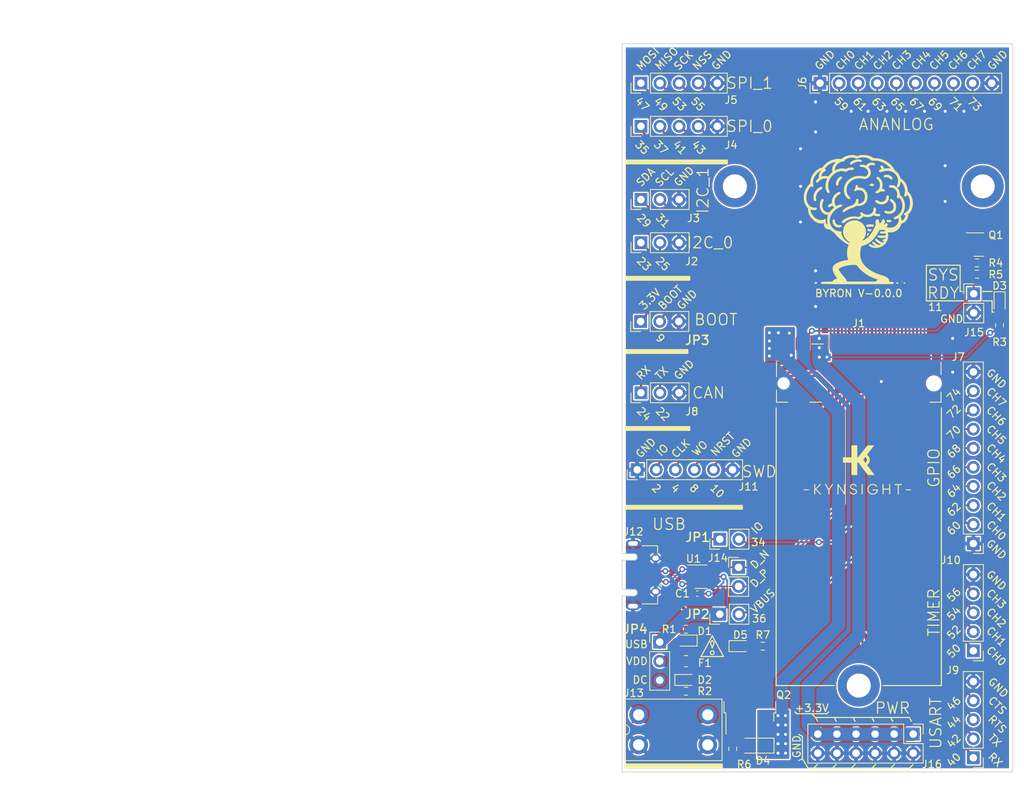
<source format=kicad_pcb>
(kicad_pcb (version 20221018) (generator pcbnew)

  (general
    (thickness 1.6)
  )

  (paper "A4")
  (layers
    (0 "F.Cu" signal)
    (31 "B.Cu" signal)
    (32 "B.Adhes" user "B.Adhesive")
    (33 "F.Adhes" user "F.Adhesive")
    (34 "B.Paste" user)
    (35 "F.Paste" user)
    (36 "B.SilkS" user "B.Silkscreen")
    (37 "F.SilkS" user "F.Silkscreen")
    (38 "B.Mask" user)
    (39 "F.Mask" user)
    (40 "Dwgs.User" user "User.Drawings")
    (41 "Cmts.User" user "User.Comments")
    (42 "Eco1.User" user "User.Eco1")
    (43 "Eco2.User" user "User.Eco2")
    (44 "Edge.Cuts" user)
    (45 "Margin" user)
    (46 "B.CrtYd" user "B.Courtyard")
    (47 "F.CrtYd" user "F.Courtyard")
    (48 "B.Fab" user)
    (49 "F.Fab" user)
    (50 "User.1" user)
    (51 "User.2" user)
    (52 "User.3" user)
    (53 "User.4" user)
    (54 "User.5" user)
    (55 "User.6" user)
    (56 "User.7" user)
    (57 "User.8" user)
    (58 "User.9" user)
  )

  (setup
    (pad_to_mask_clearance 0)
    (aux_axis_origin 87.7 127.95)
    (grid_origin 87.7 127.95)
    (pcbplotparams
      (layerselection 0x00010fc_ffffffff)
      (plot_on_all_layers_selection 0x0000000_00000000)
      (disableapertmacros false)
      (usegerberextensions false)
      (usegerberattributes true)
      (usegerberadvancedattributes true)
      (creategerberjobfile true)
      (dashed_line_dash_ratio 12.000000)
      (dashed_line_gap_ratio 3.000000)
      (svgprecision 4)
      (plotframeref false)
      (viasonmask false)
      (mode 1)
      (useauxorigin false)
      (hpglpennumber 1)
      (hpglpenspeed 20)
      (hpglpendiameter 15.000000)
      (dxfpolygonmode true)
      (dxfimperialunits true)
      (dxfusepcbnewfont true)
      (psnegative false)
      (psa4output false)
      (plotreference true)
      (plotvalue true)
      (plotinvisibletext false)
      (sketchpadsonfab false)
      (subtractmaskfromsilk false)
      (outputformat 1)
      (mirror false)
      (drillshape 1)
      (scaleselection 1)
      (outputdirectory "")
    )
  )

  (net 0 "")
  (net 1 "+24V")
  (net 2 "/SWD.IO")
  (net 3 "/SWD.CLK")
  (net 4 "/SWD.WO")
  (net 5 "/MCU.BOOT")
  (net 6 "/MCU.NRST")
  (net 7 "/CAN.TX")
  (net 8 "/I2C_0.SDA")
  (net 9 "/CAN.RX")
  (net 10 "/I2C_0.SCL")
  (net 11 "/I2C_1.SDA")
  (net 12 "/USB.D_P")
  (net 13 "/I2C_1.SCL")
  (net 14 "/USB.IO")
  (net 15 "/SPI_0.MOSI")
  (net 16 "/USB.VBUS")
  (net 17 "/SPI_0.MISO")
  (net 18 "/USART.RX")
  (net 19 "/SPI_0.SCK")
  (net 20 "/USART.TX")
  (net 21 "/SPI_0.NSS")
  (net 22 "/USART.RTS")
  (net 23 "/USART.CTS")
  (net 24 "/SPI_1.MOSI")
  (net 25 "/SPI_1.MISO")
  (net 26 "/TIMER.CH_0")
  (net 27 "/TIMER.CH_1")
  (net 28 "/SPI_1.SCK")
  (net 29 "/TIMER.CH_2")
  (net 30 "/SPI_1.NSS")
  (net 31 "/TIMER.CH_3")
  (net 32 "/ANALOG.CH_0")
  (net 33 "/GPIO.CH_0")
  (net 34 "/ANALOG.CH_1")
  (net 35 "/GPIO.CH_1")
  (net 36 "/ANALOG.CH_2")
  (net 37 "/GPIO.CH_2")
  (net 38 "/ANALOG.CH_3")
  (net 39 "/GPIO.CH_3")
  (net 40 "/ANALOG.CH_4")
  (net 41 "/GPIO.CH_4")
  (net 42 "/ANALOG.CH_5")
  (net 43 "/GPIO.CH_5")
  (net 44 "/ANALOG.CH_6")
  (net 45 "/GPIO.CH_6")
  (net 46 "/ANALOG.CH_7")
  (net 47 "/GPIO.CH_7")
  (net 48 "GND")
  (net 49 "VDD")
  (net 50 "+5V")
  (net 51 "/SYS.READY")
  (net 52 "/USB.D_N")
  (net 53 "Net-(J12-ID)")
  (net 54 "Net-(D1-A)")
  (net 55 "Net-(D2-A)")
  (net 56 "Net-(D3-A)")
  (net 57 "Net-(D3-K)")
  (net 58 "Net-(D5-K)")
  (net 59 "Net-(D5-A)")
  (net 60 "Net-(JP4-C)")
  (net 61 "+3V3")
  (net 62 "Net-(Q1-B)")
  (net 63 "Net-(D4-A)")

  (footprint "Resistor_SMD:R_0603_1608Metric" (layer "F.Cu") (at 102.425 124.875 -90))

  (footprint "Connector_PinHeader_2.54mm:PinHeader_1x05_P2.54mm_Vertical" (layer "F.Cu") (at 90.2 41.95 90))

  (footprint "Package_TO_SOT_SMD:TO-252-2" (layer "F.Cu") (at 104.7 117.625 90))

  (footprint "Connector_PinHeader_2.54mm:PinHeader_1x02_P2.54mm_Vertical" (layer "F.Cu") (at 100.7 96.95 90))

  (footprint "Connector_PinHeader_2.54mm:PinHeader_1x10_P2.54mm_Vertical" (layer "F.Cu") (at 134.45 97.53 180))

  (footprint "LED_SMD:LED_0603_1608Metric" (layer "F.Cu") (at 96.2 115.7))

  (footprint "Connector_PinHeader_2.54mm:PinHeader_2x06_P2.54mm_Vertical" (layer "F.Cu") (at 126.45 122.91 -90))

  (footprint "Resistor_SMD:R_0603_1608Metric" (layer "F.Cu") (at 134.95 60.15 180))

  (footprint "Connector_PinHeader_2.54mm:PinHeader_1x06_P2.54mm_Vertical" (layer "F.Cu") (at 89.7 87.7 90))

  (footprint "Connector_PinHeader_2.54mm:PinHeader_1x02_P2.54mm_Vertical" (layer "F.Cu") (at 103.2 100.7))

  (footprint "Connector_PinHeader_2.54mm:PinHeader_1x05_P2.54mm_Vertical" (layer "F.Cu") (at 134.45 126.07 180))

  (footprint "Connector_PinHeader_2.54mm:PinHeader_1x03_P2.54mm_Vertical" (layer "F.Cu") (at 92.7 110.66))

  (footprint "Resistor_SMD:R_0603_1608Metric" (layer "F.Cu") (at 96.2 117.2))

  (footprint "LED_SMD:LED_0603_1608Metric" (layer "F.Cu") (at 103.4125 111.2))

  (footprint "819_connectors_card_edge:TE_2199230-3" (layer "F.Cu") (at 119.2 76.2))

  (footprint "Resistor_SMD:R_0805_2012Metric" (layer "F.Cu") (at 96.2 113.2))

  (footprint "Connector_PinHeader_2.54mm:PinHeader_1x03_P2.54mm_Vertical" (layer "F.Cu") (at 90.2 57.45 90))

  (footprint "Connector_PinHeader_2.54mm:PinHeader_1x10_P2.54mm_Vertical" (layer "F.Cu") (at 114.04 36.2 90))

  (footprint "MountingHole:MountingHole_3.2mm_M3_DIN965_Pad" (layer "F.Cu") (at 135.7 49.95))

  (footprint "Capacitor_SMD:C_0402_1005Metric" (layer "F.Cu") (at 97.7 104.2 180))

  (footprint "LED_SMD:LED_0603_1608Metric" (layer "F.Cu") (at 96.2 110.45 180))

  (footprint "Symbol:brayn_carrier" (layer "F.Cu")
    (tstamp 75ebe937-d014-4632-a2ae-7645998e1dda)
    (at 119.2 54.2)
    (attr board_only exclude_from_pos_files exclude_from_bom)
    (fp_text reference "G***" (at 0 0) (layer "F.SilkS") hide
        (effects (font (size 1.5 1.5) (thickness 0.3)))
      (tstamp 323ae836-9697-4ef6-bf23-6d7717915945)
    )
    (fp_text value "LOGO" (at 0.75 0) (layer "F.SilkS") hide
        (effects (font (size 1.5 1.5) (thickness 0.3)))
      (tstamp 5857cb8d-3856-48b5-a9f4-d1446b9eef06)
    )
    (fp_poly
      (pts
        (xy -7.182104 8.583858)
        (xy -7.174335 8.601808)
        (xy -7.181132 8.629502)
        (xy -7.209692 8.636)
        (xy -7.24176 8.626111)
        (xy -7.24505 8.601808)
        (xy -7.225784 8.57274)
        (xy -7.209692 8.567615)
      )

      (stroke (width 0) (type solid)) (fill solid) (layer "F.SilkS") (tstamp f471e8b3-8b0a-4f8a-ab11-d613346f0c86))
    (fp_poly
      (pts
        (xy 5.774469 8.374497)
        (xy 5.791063 8.393367)
        (xy 5.801295 8.427291)
        (xy 5.789583 8.445542)
        (xy 5.766545 8.458709)
        (xy 5.721253 8.466187)
        (xy 5.697097 8.453997)
        (xy 5.674805 8.420225)
        (xy 5.683364 8.385832)
        (xy 5.717221 8.364393)
        (xy 5.734538 8.362461)
      )

      (stroke (width 0) (type solid)) (fill solid) (layer "F.SilkS") (tstamp 82729d19-d8dc-4413-b47c-0779fb7cb486))
    (fp_poly
      (pts
        (xy 6.108116 8.551639)
        (xy 6.15082 8.583584)
        (xy 6.173382 8.622074)
        (xy 6.174154 8.629625)
        (xy 6.158059 8.66236)
        (xy 6.120415 8.693864)
        (xy 6.077179 8.711943)
        (xy 6.065154 8.712915)
        (xy 6.016464 8.704566)
        (xy 5.983654 8.694006)
        (xy 5.948846 8.665192)
        (xy 5.943094 8.625879)
        (xy 5.961791 8.585416)
        (xy 6.000334 8.553157)
        (xy 6.054119 8.538453)
        (xy 6.060318 8.538308)
      )

      (stroke (width 0) (type solid)) (fill solid) (layer "F.SilkS") (tstamp d17118b8-9064-45e9-b5a3-3ead548f24be))
    (fp_poly
      (pts
        (xy 5.168465 8.529931)
        (xy 5.219925 8.557395)
        (xy 5.260029 8.59213)
        (xy 5.275384 8.623914)
        (xy 5.258259 8.675894)
        (xy 5.207763 8.709036)
        (xy 5.125214 8.722493)
        (xy 5.121962 8.722592)
        (xy 5.058188 8.721128)
        (xy 5.007972 8.714392)
        (xy 4.991913 8.708983)
        (xy 4.964446 8.676465)
        (xy 4.965527 8.633286)
        (xy 4.989567 8.587805)
        (xy 5.030978 8.548382)
        (xy 5.084172 8.523376)
        (xy 5.119077 8.518769)
      )

      (stroke (width 0) (type solid)) (fill solid) (layer "F.SilkS") (tstamp 11a8a962-5e9d-4cab-8d51-2d141897c685))
    (fp_poly
      (pts
        (xy -5.639843 8.49221)
        (xy -5.582569 8.524953)
        (xy -5.546252 8.570708)
        (xy -5.536212 8.622259)
        (xy -5.557768 8.672393)
        (xy -5.564929 8.680228)
        (xy -5.612539 8.70659)
        (xy -5.683052 8.722461)
        (xy -5.76135 8.726371)
        (xy -5.832316 8.716851)
        (xy -5.856224 8.708528)
        (xy -5.900768 8.673718)
        (xy -5.914159 8.62882)
        (xy -5.90056 8.580476)
        (xy -5.864133 8.535326)
        (xy -5.809042 8.50001)
        (xy -5.739449 8.481167)
        (xy -5.712758 8.479692)
      )

      (stroke (width 0) (type solid)) (fill solid) (layer "F.SilkS") (tstamp 4722c986-560f-4958-bddc-4dbccf935d41))
    (fp_poly
      (pts
        (xy 1.20266 1.962132)
        (xy 1.251983 1.977602)
        (xy 1.306837 1.999094)
        (xy 1.35488 2.021189)
        (xy 1.383768 2.038466)
        (xy 1.387231 2.043177)
        (xy 1.375287 2.066141)
        (xy 1.343706 2.110206)
        (xy 1.298864 2.167312)
        (xy 1.247138 2.229401)
        (xy 1.194902 2.288413)
        (xy 1.183533 2.300654)
        (xy 1.126105 2.356137)
        (xy 1.087232 2.381271)
        (xy 1.068339 2.375679)
        (xy 1.070848 2.338981)
        (xy 1.073403 2.329961)
        (xy 1.085279 2.285847)
        (xy 1.102276 2.21665)
        (xy 1.121203 2.135468)
        (xy 1.126022 2.114122)
        (xy 1.144607 2.03535)
        (xy 1.159303 1.988032)
        (xy 1.173598 1.965251)
        (xy 1.190982 1.960087)
      )

      (stroke (width 0) (type solid)) (fill solid) (layer "F.SilkS") (tstamp 400a4f06-7ce2-4659-bfb0-e5ccfad2a1ab))
    (fp_poly
      (pts
        (xy 1.797451 -4.613137)
        (xy 1.893811 -4.595539)
        (xy 1.966567 -4.549955)
        (xy 2.004743 -4.503228)
        (xy 2.025339 -4.45939)
        (xy 2.020121 -4.416006)
        (xy 2.013463 -4.398573)
        (xy 1.986811 -4.354852)
        (xy 1.945169 -4.325283)
        (xy 1.881957 -4.307612)
        (xy 1.790591 -4.299586)
        (xy 1.7211 -4.298462)
        (xy 1.63283 -4.299929)
        (xy 1.573388 -4.305561)
        (xy 1.532591 -4.317199)
        (xy 1.500259 -4.336685)
        (xy 1.497327 -4.338957)
        (xy 1.453344 -4.39222)
        (xy 1.447399 -4.451242)
        (xy 1.479297 -4.513694)
        (xy 1.51491 -4.550438)
        (xy 1.55824 -4.583716)
        (xy 1.602903 -4.604045)
        (xy 1.659384 -4.613753)
        (xy 1.73817 -4.615167)
      )

      (stroke (width 0) (type solid)) (fill solid) (layer "F.SilkS") (tstamp 2b0376aa-855a-42b5-beb5-4b4019b8671f))
    (fp_poly
      (pts
        (xy 1.332417 1.429924)
        (xy 1.420276 1.439611)
        (xy 1.50996 1.45363)
        (xy 1.592155 1.470237)
        (xy 1.657549 1.487694)
        (xy 1.696827 1.504258)
        (xy 1.702937 1.509908)
        (xy 1.701284 1.536746)
        (xy 1.684074 1.584245)
        (xy 1.657131 1.641195)
        (xy 1.626278 1.696385)
        (xy 1.597337 1.738606)
        (xy 1.576132 1.756649)
        (xy 1.574746 1.756699)
        (xy 1.541682 1.750599)
        (xy 1.494692 1.738942)
        (xy 1.444046 1.728539)
        (xy 1.371669 1.717668)
        (xy 1.306591 1.710098)
        (xy 1.177104 1.697249)
        (xy 1.166449 1.625278)
        (xy 1.154945 1.55609)
        (xy 1.14216 1.490228)
        (xy 1.14207 1.489808)
        (xy 1.128346 1.426308)
        (xy 1.255698 1.426308)
      )

      (stroke (width 0) (type solid)) (fill solid) (layer "F.SilkS") (tstamp 3d4fc874-edfd-46e8-9bee-85755584542e))
    (fp_poly
      (pts
        (xy 4.100194 0.224937)
        (xy 4.181187 0.226278)
        (xy 4.236228 0.229625)
        (xy 4.271879 0.235885)
        (xy 4.294702 0.245968)
        (xy 4.311259 0.260783)
        (xy 4.3197 0.270818)
        (xy 4.347137 0.318552)
        (xy 4.357077 0.359942)
        (xy 4.340361 0.412211)
        (xy 4.297478 0.464374)
        (xy 4.239319 0.503939)
        (xy 4.226929 0.509197)
        (xy 4.182591 0.517752)
        (xy 4.111315 0.522962)
        (xy 4.025101 0.524793)
        (xy 3.935947 0.523211)
        (xy 3.855852 0.518181)
        (xy 3.800231 0.510424)
        (xy 3.762992 0.498011)
        (xy 3.743103 0.473433)
        (xy 3.73204 0.424512)
        (xy 3.73006 0.410159)
        (xy 3.719714 0.343987)
        (xy 3.708025 0.286203)
        (xy 3.704778 0.273538)
        (xy 3.69105 0.224692)
        (xy 3.986687 0.224692)
      )

      (stroke (width 0) (type solid)) (fill solid) (layer "F.SilkS") (tstamp 7110f02f-3bf9-454e-9a2f-30c361087637))
    (fp_poly
      (pts
        (xy -2.303522 -5.545995)
        (xy -2.249422 -5.500565)
        (xy -2.218153 -5.435137)
        (xy -2.217209 -5.368097)
        (xy -2.253608 -5.300945)
        (xy -2.325721 -5.236457)
        (xy -2.340515 -5.226539)
        (xy -2.461948 -5.125718)
        (xy -2.562075 -4.997057)
        (xy -2.636755 -4.84782)
        (xy -2.681848 -4.685272)
        (xy -2.691276 -4.611077)
        (xy -2.708155 -4.496672)
        (xy -2.738288 -4.416569)
        (xy -2.782981 -4.367865)
        (xy -2.805977 -4.356238)
        (xy -2.843326 -4.343028)
        (xy -2.858772 -4.339218)
        (xy -2.877867 -4.34533)
        (xy -2.919059 -4.357795)
        (xy -2.920978 -4.358367)
        (xy -2.968996 -4.378331)
        (xy -3.000518 -4.409027)
        (xy -3.018735 -4.457945)
        (xy -3.026839 -4.532571)
        (xy -3.0282 -4.609927)
        (xy -3.009308 -4.799871)
        (xy -2.955563 -4.98594)
        (xy -2.870475 -5.160363)
        (xy -2.757554 -5.315369)
        (xy -2.670121 -5.402706)
        (xy -2.560146 -5.486978)
        (xy -2.460986 -5.539051)
        (xy -2.374744 -5.558774)
      )

      (stroke (width 0) (type solid)) (fill solid) (layer "F.SilkS") (tstamp 5428abf6-8bb3-4520-be02-195dbec9b4db))
    (fp_poly
      (pts
        (xy 0.080614 -7.832161)
        (xy 0.206974 -7.811971)
        (xy 0.307375 -7.779435)
        (xy 0.378853 -7.735973)
        (xy 0.418444 -7.683002)
        (xy 0.423183 -7.62194)
        (xy 0.418523 -7.605431)
        (xy 0.384452 -7.549819)
        (xy 0.328127 -7.519646)
        (xy 0.245857 -7.513685)
        (xy 0.171274 -7.523184)
        (xy 0.003793 -7.536496)
        (xy -0.178107 -7.520927)
        (xy -0.365562 -7.478975)
        (xy -0.549704 -7.41314)
        (xy -0.721668 -7.325922)
        (xy -0.855612 -7.233682)
        (xy -0.933496 -7.184563)
        (xy -1.011072 -7.158318)
        (xy -1.078862 -7.157106)
        (xy -1.117697 -7.174012)
        (xy -1.149249 -7.211495)
        (xy -1.171218 -7.254374)
        (xy -1.180503 -7.295735)
        (xy -1.170928 -7.33605)
        (xy -1.144152 -7.383715)
        (xy -1.088224 -7.457148)
        (xy -1.014826 -7.524442)
        (xy -0.917663 -7.59033)
        (xy -0.790445 -7.659541)
        (xy -0.752231 -7.678391)
        (xy -0.565979 -7.757515)
        (xy -0.386909 -7.8081)
        (xy -0.199899 -7.833689)
        (xy -0.068741 -7.838588)
      )

      (stroke (width 0) (type solid)) (fill solid) (layer "F.SilkS") (tstamp 365985eb-51c1-4a2f-b57f-32d9b31e22e0))
    (fp_poly
      (pts
        (xy 3.845385 -5.789422)
        (xy 3.988069 -5.757112)
        (xy 4.124496 -5.702898)
        (xy 4.148838 -5.690256)
        (xy 4.233758 -5.635486)
        (xy 4.317598 -5.56628)
        (xy 4.391622 -5.491311)
        (xy 4.447098 -5.419251)
        (xy 4.472447 -5.368944)
        (xy 4.482211 -5.288777)
        (xy 4.458366 -5.222768)
        (xy 4.405474 -5.177332)
        (xy 4.328097 -5.158882)
        (xy 4.322965 -5.158775)
        (xy 4.285796 -5.163779)
        (xy 4.245507 -5.182771)
        (xy 4.194321 -5.220603)
        (xy 4.124459 -5.282125)
        (xy 4.122966 -5.283494)
        (xy 4.027445 -5.364645)
        (xy 3.941745 -5.419436)
        (xy 3.854681 -5.451641)
        (xy 3.755066 -5.465031)
        (xy 3.631716 -5.463378)
        (xy 3.5963 -5.461088)
        (xy 3.507872 -5.455293)
        (xy 3.449549 -5.453927)
        (xy 3.412496 -5.458164)
        (xy 3.387878 -5.469178)
        (xy 3.366858 -5.488143)
        (xy 3.36317 -5.492067)
        (xy 3.328347 -5.553481)
        (xy 3.324064 -5.621185)
        (xy 3.35017 -5.681838)
        (xy 3.3655 -5.698096)
        (xy 3.456502 -5.754167)
        (xy 3.57193 -5.788026)
        (xy 3.704115 -5.799753)
      )

      (stroke (width 0) (type solid)) (fill solid) (layer "F.SilkS") (tstamp 32c37db2-cc3d-4a28-beab-2a447e5f481b))
    (fp_poly
      (pts
        (xy 1.685095 0.808047)
        (xy 1.785067 0.814499)
        (xy 1.877494 0.824512)
        (xy 1.954015 0.837225)
        (xy 2.006268 0.851777)
        (xy 2.024712 0.863708)
        (xy 2.024676 0.890537)
        (xy 2.013404 0.94321)
        (xy 1.993271 1.010939)
        (xy 1.990417 1.019435)
        (xy 1.965982 1.089088)
        (xy 1.947813 1.128838)
        (xy 1.929843 1.145861)
        (xy 1.906002 1.147333)
        (xy 1.885461 1.143553)
        (xy 1.728666 1.12293)
        (xy 1.556061 1.120026)
        (xy 1.386675 1.134862)
        (xy 1.338384 1.142955)
        (xy 1.253264 1.159074)
        (xy 1.177029 1.173473)
        (xy 1.121998 1.183826)
        (xy 1.108808 1.186291)
        (xy 1.069597 1.188469)
        (xy 1.055869 1.170518)
        (xy 1.055077 1.157897)
        (xy 1.046184 1.118896)
        (xy 1.023538 1.062454)
        (xy 1.007495 1.030022)
        (xy 0.980096 0.971704)
        (xy 0.974086 0.937006)
        (xy 0.983071 0.921313)
        (xy 1.02141 0.902458)
        (xy 1.089511 0.881132)
        (xy 1.178313 0.859316)
        (xy 1.278756 0.838989)
        (xy 1.381778 0.822129)
        (xy 1.478319 0.810718)
        (xy 1.495965 0.80927)
        (xy 1.585941 0.806017)
      )

      (stroke (width 0) (type solid)) (fill solid) (layer "F.SilkS") (tstamp 9d53a2c7-d1bf-42e7-9ad3-f4d672cbce3b))
    (fp_poly
      (pts
        (xy -4.983043 -4.190271)
        (xy -4.919401 -4.169398)
        (xy -4.871452 -4.134117)
        (xy -4.857676 -4.111971)
        (xy -4.843552 -4.044172)
        (xy -4.858643 -3.983186)
        (xy -4.905599 -3.924932)
        (xy -4.987073 -3.865327)
        (xy -5.036759 -3.836394)
        (xy -5.137118 -3.76979)
        (xy -5.24611 -3.678945)
        (xy -5.353565 -3.57387)
        (xy -5.44931 -3.46458)
        (xy -5.523174 -3.361085)
        (xy -5.528347 -3.352488)
        (xy -5.620017 -3.162871)
        (xy -5.676098 -2.96666)
        (xy -5.695911 -2.768433)
        (xy -5.678779 -2.572768)
        (xy -5.657314 -2.481385)
        (xy -5.643459 -2.392242)
        (xy -5.659978 -2.325507)
        (xy -5.688501 -2.291777)
        (xy -5.75359 -2.261493)
        (xy -5.831363 -2.261579)
        (xy -5.87703 -2.275961)
        (xy -5.933799 -2.314568)
        (xy -5.976521 -2.37626)
        (xy -6.006578 -2.46492)
        (xy -6.025351 -2.58443)
        (xy -6.033558 -2.715846)
        (xy -6.035561 -2.830868)
        (xy -6.031984 -2.921687)
        (xy -6.021513 -3.002943)
        (xy -6.002834 -3.089276)
        (xy -5.998465 -3.106616)
        (xy -5.953051 -3.247995)
        (xy -5.889554 -3.396306)
        (xy -5.814588 -3.538317)
        (xy -5.734768 -3.660793)
        (xy -5.698667 -3.706431)
        (xy -5.600042 -3.812302)
        (xy -5.489679 -3.914537)
        (xy -5.374434 -4.008043)
        (xy -5.261163 -4.087726)
        (xy -5.156722 -4.148492)
        (xy -5.067964 -4.185248)
        (xy -5.047234 -4.190465)
      )

      (stroke (width 0) (type solid)) (fill solid) (layer "F.SilkS") (tstamp d317bc21-09df-4ba3-8d48-e8752aabab68))
    (fp_poly
      (pts
        (xy -3.321295 0.147109)
        (xy -3.276115 0.163388)
        (xy -3.215094 0.199495)
        (xy -3.180156 0.250584)
        (xy -3.166145 0.325797)
        (xy -3.165231 0.359967)
        (xy -3.147259 0.49035)
        (xy -3.097083 0.615947)
        (xy -3.020307 0.727549)
        (xy -2.922539 0.815946)
        (xy -2.867892 0.848387)
        (xy -2.815454 0.872157)
        (xy -2.76608 0.887103)
        (xy -2.708077 0.89519)
        (xy -2.629748 0.898384)
        (xy -2.568136 0.898769)
        (xy -2.477306 0.89937)
        (xy -2.416483 0.902418)
        (xy -2.376602 0.909779)
        (xy -2.348595 0.92332)
        (xy -2.323397 0.944907)
        (xy -2.317972 0.95028)
        (xy -2.28382 0.992544)
        (xy -2.266869 1.029422)
        (xy -2.266462 1.033855)
        (xy -2.284361 1.089759)
        (xy -2.333001 1.144868)
        (xy -2.404791 1.19078)
        (xy -2.410704 1.193531)
        (xy -2.489353 1.216309)
        (xy -2.592574 1.228315)
        (xy -2.707385 1.22957)
        (xy -2.820802 1.220094)
        (xy -2.919841 1.199905)
        (xy -2.942181 1.19271)
        (xy -3.084271 1.128307)
        (xy -3.203188 1.042297)
        (xy -3.304461 0.929413)
        (xy -3.393617 0.784385)
        (xy -3.414674 0.742461)
        (xy -3.454553 0.652779)
        (xy -3.478014 0.576566)
        (xy -3.490129 0.494655)
        (xy -3.493587 0.444245)
        (xy -3.494246 0.343142)
        (xy -3.481497 0.270409)
        (xy -3.451896 0.216632)
        (xy -3.401995 0.172395)
        (xy -3.391501 0.165314)
        (xy -3.355612 0.146726)
      )

      (stroke (width 0) (type solid)) (fill solid) (layer "F.SilkS") (tstamp 1f6aee6f-9da5-4cd6-acf6-1d571b0c1c7a))
    (fp_poly
      (pts
        (xy 3.869367 -3.05491)
        (xy 3.889512 -3.047437)
        (xy 3.944925 -3.017156)
        (xy 3.979483 -2.975328)
        (xy 4.001464 -2.910229)
        (xy 4.00765 -2.88014)
        (xy 4.015618 -2.74485)
        (xy 3.994739 -2.596959)
        (xy 3.94834 -2.446037)
        (xy 3.87975 -2.301658)
        (xy 3.792297 -2.173394)
        (xy 3.742889 -2.118649)
        (xy 3.643079 -2.036234)
        (xy 3.519655 -1.960286)
        (xy 3.387593 -1.898709)
        (xy 3.261867 -1.859409)
        (xy 3.245602 -1.85613)
        (xy 3.127186 -1.842321)
        (xy 2.995816 -1.839858)
        (xy 2.871974 -1.848722)
        (xy 2.823308 -1.85657)
        (xy 2.636207 -1.912898)
        (xy 2.454276 -2.004179)
        (xy 2.285427 -2.126386)
        (xy 2.274023 -2.136238)
        (xy 2.210918 -2.205706)
        (xy 2.186256 -2.271227)
        (xy 2.19982 -2.334567)
        (xy 2.243107 -2.389806)
        (xy 2.289075 -2.424708)
        (xy 2.337603 -2.438785)
        (xy 2.395493 -2.431058)
        (xy 2.469548 -2.400542)
        (xy 2.566569 -2.346257)
        (xy 2.573461 -2.342107)
        (xy 2.696788 -2.272707)
        (xy 2.801907 -2.226371)
        (xy 2.899274 -2.199603)
        (xy 2.999342 -2.188907)
        (xy 3.033444 -2.188308)
        (xy 3.195022 -2.205581)
        (xy 3.337376 -2.255729)
        (xy 3.45787 -2.336249)
        (xy 3.553869 -2.444634)
        (xy 3.622738 -2.57838)
        (xy 3.661842 -2.734982)
        (xy 3.667769 -2.7913)
        (xy 3.676515 -2.88512)
        (xy 3.689179 -2.948735)
        (xy 3.709541 -2.991018)
        (xy 3.741379 -3.020841)
        (xy 3.773509 -3.039568)
        (xy 3.824538 -3.059157)
      )

      (stroke (width 0) (type solid)) (fill solid) (layer "F.SilkS") (tstamp af195515-1014-42ab-90e3-0dad20a34e00))
    (fp_poly
      (pts
        (xy 4.376559 -2.548661)
        (xy 4.47553 -2.494642)
        (xy 4.586564 -2.406241)
        (xy 4.647395 -2.348141)
        (xy 4.782987 -2.18551)
        (xy 4.883805 -2.005207)
        (xy 4.949578 -1.807906)
        (xy 4.980038 -1.594277)
        (xy 4.982308 -1.514231)
        (xy 4.968447 -1.313549)
        (xy 4.926363 -1.138634)
        (xy 4.855297 -0.987458)
        (xy 4.754493 -0.857993)
        (xy 4.727541 -0.831558)
        (xy 4.589373 -0.728212)
        (xy 4.428027 -0.65201)
        (xy 4.24961 -0.604226)
        (xy 4.060226 -0.586133)
        (xy 3.865984 -0.599001)
        (xy 3.737424 -0.625248)
        (xy 3.635893 -0.654177)
        (xy 3.562816 -0.681429)
        (xy 3.508041 -0.711376)
        (xy 3.470719 -0.740088)
        (xy 3.423424 -0.802735)
        (xy 3.411715 -0.871351)
        (xy 3.435013 -0.937246)
        (xy 3.487323 -0.988298)
        (xy 3.512299 -1.002669)
        (xy 3.538006 -1.009269)
        (xy 3.573181 -1.007429)
        (xy 3.626561 -0.99648)
        (xy 3.706885 -0.975754)
        (xy 3.729166 -0.969781)
        (xy 3.88214 -0.935099)
        (xy 4.012976 -0.921003)
        (xy 4.132588 -0.927241)
        (xy 4.251895 -0.953558)
        (xy 4.264368 -0.957327)
        (xy 4.349943 -0.989386)
        (xy 4.415701 -1.030546)
        (xy 4.478078 -1.089762)
        (xy 4.549353 -1.176834)
        (xy 4.595958 -1.263898)
        (xy 4.621353 -1.361579)
        (xy 4.628998 -1.480507)
        (xy 4.627375 -1.548343)
        (xy 4.61173 -1.693674)
        (xy 4.576021 -1.824406)
        (xy 4.516796 -1.946574)
        (xy 4.430602 -2.066215)
        (xy 4.313989 -2.189365)
        (xy 4.204651 -2.287524)
        (xy 4.146961 -2.347068)
        (xy 4.124662 -2.401445)
        (xy 4.136227 -2.4583)
        (xy 4.161959 -2.501298)
        (xy 4.21878 -2.552303)
        (xy 4.290644 -2.567986)
      )

      (stroke (width 0) (type solid)) (fill solid) (layer "F.SilkS") (tstamp b6e654c8-6a18-4187-abf0-baaf87b7caa7))
    (fp_poly
      (pts
        (xy 2.541167 -5.51287)
        (xy 2.61535 -5.481669)
        (xy 2.698885 -5.42691)
        (xy 2.78623 -5.353465)
        (xy 2.871843 -5.266209)
        (xy 2.95018 -5.170014)
        (xy 3.015699 -5.069755)
        (xy 3.038949 -5.025793)
        (xy 3.106894 -4.855492)
        (xy 3.154007 -4.671492)
        (xy 3.177412 -4.487944)
        (xy 3.176865 -4.347308)
        (xy 3.161812 -4.215417)
        (xy 3.1385 -4.094869)
        (xy 3.109263 -3.99623)
        (xy 3.089209 -3.950753)
        (xy 3.077231 -3.922755)
        (xy 3.087173 -3.910405)
        (xy 3.126764 -3.907038)
        (xy 3.14012 -3.906842)
        (xy 3.273036 -3.895415)
        (xy 3.373413 -3.864811)
        (xy 3.440616 -3.8154)
        (xy 3.47401 -3.747554)
        (xy 3.477846 -3.709352)
        (xy 3.473175 -3.659685)
        (xy 3.455679 -3.623573)
        (xy 3.420136 -3.598786)
        (xy 3.36132 -3.583096)
        (xy 3.27401 -3.574276)
        (xy 3.15298 -3.570096)
        (xy 3.151331 -3.570066)
        (xy 2.917444 -3.565769)
        (xy 2.801991 -3.491454)
        (xy 2.655856 -3.404153)
        (xy 2.533545 -3.345973)
        (xy 2.433513 -3.316314)
        (xy 2.354217 -3.314574)
        (xy 2.349889 -3.315384)
        (xy 2.307043 -3.336658)
        (xy 2.266851 -3.374328)
        (xy 2.230973 -3.441236)
        (xy 2.232776 -3.504038)
        (xy 2.272714 -3.563965)
        (xy 2.351237 -3.622249)
        (xy 2.359628 -3.627123)
        (xy 2.519528 -3.735669)
        (xy 2.643874 -3.859326)
        (xy 2.734028 -4.000393)
        (xy 2.791352 -4.161167)
        (xy 2.817207 -4.343944)
        (xy 2.819019 -4.402061)
        (xy 2.809846 -4.585829)
        (xy 2.776435 -4.745371)
        (xy 2.715272 -4.889103)
        (xy 2.622844 -5.02544)
        (xy 2.505343 -5.153369)
        (xy 2.434654 -5.223547)
        (xy 2.388301 -5.273272)
        (xy 2.361968 -5.308663)
        (xy 2.35134 -5.335839)
        (xy 2.3521 -5.360917)
        (xy 2.35374 -5.368292)
        (xy 2.382726 -5.431834)
        (xy 2.429768 -5.485812)
        (xy 2.48188 -5.515637)
      )

      (stroke (width 0) (type solid)) (fill solid) (layer "F.SilkS") (tstamp a774fe8e-f0f3-47a9-a70f-b784a358f89a))
    (fp_poly
      (pts
        (xy 2.181858 -1.43089)
        (xy 2.23481 -1.388033)
        (xy 2.27237 -1.318269)
        (xy 2.293668 -1.226449)
        (xy 2.297837 -1.117427)
        (xy 2.284009 -0.996055)
        (xy 2.251315 -0.867185)
        (xy 2.228542 -0.803774)
        (xy 2.205464 -0.737678)
        (xy 2.199866 -0.696525)
        (xy 2.20961 -0.671951)
        (xy 2.253061 -0.642755)
        (xy 2.32672 -0.617712)
        (xy 2.42178 -0.598791)
        (xy 2.529432 -0.587957)
        (xy 2.593895 -0.586154)
        (xy 2.6754 -0.585274)
        (xy 2.728613 -0.580777)
        (xy 2.764308 -0.569882)
        (xy 2.79326 -0.549805)
        (xy 2.815041 -0.529042)
        (xy 2.85952 -0.470892)
        (xy 2.867835 -0.416446)
        (xy 2.840045 -0.357975)
        (xy 2.816515 -0.329116)
        (xy 2.786639 -0.298395)
        (xy 2.757167 -0.279247)
        (xy 2.717412 -0.268241)
        (xy 2.656687 -0.261944)
        (xy 2.596708 -0.258539)
        (xy 2.402984 -0.264847)
        (xy 2.219624 -0.302439)
        (xy 2.072301 -0.360841)
        (xy 1.976182 -0.409548)
        (xy 1.877367 -0.343051)
        (xy 1.744871 -0.269185)
        (xy 1.59294 -0.209388)
        (xy 1.45849 -0.174539)
        (xy 1.333938 -0.159489)
        (xy 1.187164 -0.155084)
        (xy 1.033389 -0.160787)
        (xy 0.887833 -0.176059)
        (xy 0.771554 -0.198804)
        (xy 0.609525 -0.241301)
        (xy 0.54961 -0.181386)
        (xy 0.476651 -0.115716)
        (xy 0.38411 -0.042651)
        (xy 0.285356 0.028031)
        (xy 0.19376 0.086551)
        (xy 0.151091 0.110105)
        (xy 0.057377 0.157593)
        (xy -0.073985 0.118472)
        (xy -0.301292 0.064612)
        (xy -0.519229 0.043021)
        (xy -0.739353 0.052968)
        (xy -0.852249 0.069262)
        (xy -1.13002 0.135159)
        (xy -1.395159 0.232926)
        (xy -1.641887 0.359921)
        (xy -1.864424 0.513506)
        (xy -1.913723 0.554142)
        (xy -1.984477 0.610952)
        (xy -2.036753 0.642879)
        (xy -2.078522 0.653809)
        (xy -2.110154 0.64993)
        (xy -2.186313 0.615092)
        (xy -2.238897 0.562701)
        (xy -2.262306 0.500293)
        (xy -2.257442 0.451747)
        (xy -2.237434 0.417795)
        (xy -2.197771 0.368647)
        (xy -2.153092 0.321121)
        (xy -1.991908 0.184564)
        (xy -1.798643 0.060901)
        (xy -1.578956 -0.047096)
        (xy -1.338508 -0.13666)
        (xy -1.082959 -0.205019)
        (xy -1.073824 -0.20699)
        (xy -0.939073 -0.228219)
        (xy -0.782283 -0.2407)
        (xy -0.615952 -0.244421)
        (xy -0.45258 -0.239368)
        (xy -0.304663 -0.225528)
        (xy -0.204824 -0.207883)
        (xy -0.048186 -0.171535)
        (xy 0.049176 -0.225141)
        (xy 0.115778 -0.265268)
        (xy 0.183426 -0.311664)
        (xy 0.244021 -0.35804)
        (xy 0.289462 -0.398111)
        (xy 0.31165 -0.425586)
        (xy 0.312615 -0.429651)
        (xy 0.299924 -0.452707)
        (xy 0.268129 -0.49037)
        (xy 0.254 -0.504994)
        (xy 0.205897 -0.575004)
        (xy 0.193834 -0.648355)
        (xy 0.217953 -0.718259)
        (xy 0.248745 -0.754703)
        (xy 0.298845 -0.787526)
        (xy 0.353615 -0.792963)
        (xy 0.41913 -0.769902)
        (xy 0.501464 -0.717228)
        (xy 0.517243 -0.705496)
        (xy 0.686501 -0.597559)
        (xy 0.861431 -0.522937)
        (xy 1.038019 -0.481491)
        (xy 1.212253 -0.473083)
        (xy 1.380119 -0.497576)
        (xy 1.537606 -0.554831)
        (xy 1.680698 -0.644711)
        (xy 1.790299 -0.749269)
        (xy 1.863724 -0.849417)
        (xy 1.913335 -0.958097)
        (xy 1.943519 -1.086545)
        (xy 1.953126 -1.166333)
        (xy 1.968621 -1.27966)
        (xy 1.992949 -1.359184)
        (xy 2.028922 -1.409714)
        (xy 2.079354 -1.436056)
        (xy 2.11438 -1.441986)
      )

      (stroke (width 0) (type solid)) (fill solid) (layer "F.SilkS") (tstamp 62d10be2-8156-44d8-b130-4f60b22b516a))
    (fp_poly
      (pts
        (xy -0.185569 -4.427811)
        (xy -0.138662 -4.384393)
        (xy -0.109421 -4.309058)
        (xy -0.097692 -4.225703)
        (xy -0.087923 -4.095336)
        (xy 0.019887 -4.100413)
        (xy 0.154224 -4.094354)
        (xy 0.303554 -4.067033)
        (xy 0.452631 -4.021938)
        (xy 0.557243 -3.9775)
        (xy 0.715183 -3.878544)
        (xy 0.853853 -3.748816)
        (xy 0.970726 -3.59285)
        (xy 1.063276 -3.415181)
        (xy 1.128978 -3.220345)
        (xy 1.165304 -3.012875)
        (xy 1.171968 -2.873913)
        (xy 1.155431 -2.642574)
        (xy 1.107344 -2.428855)
        (xy 1.028698 -2.235413)
        (xy 0.920482 -2.064902)
        (xy 0.833844 -1.966717)
        (xy 0.700435 -1.851524)
        (xy 0.556165 -1.763408)
        (xy 0.39574 -1.700503)
        (xy 0.213864 -1.660945)
        (xy 0.005242 -1.642867)
        (xy -0.090181 -1.641231)
        (xy -0.196465 -1.640825)
        (xy -0.271774 -1.638787)
        (xy -0.32421 -1.633887)
        (xy -0.361875 -1.624895)
        (xy -0.392867 -1.610581)
        (xy -0.424094 -1.590533)
        (xy -0.514398 -1.534441)
        (xy -0.620028 -1.480216)
        (xy -0.747686 -1.424812)
        (xy -0.904074 -1.365181)
        (xy -0.976923 -1.339199)
        (xy -1.264424 -1.225716)
        (xy -1.51749 -1.098919)
        (xy -1.738911 -0.957374)
        (xy -1.779988 -0.926906)
        (xy -1.864058 -0.865318)
        (xy -1.926679 -0.826758)
        (xy -1.975643 -0.80833)
        (xy -2.018739 -0.807137)
        (xy -2.063758 -0.820281)
        (xy -2.065169 -0.820846)
        (xy -2.103937 -0.849935)
        (xy -2.13815 -0.896254)
        (xy -2.13894 -0.897761)
        (xy -2.155068 -0.944957)
        (xy -2.150278 -0.991703)
        (xy -2.121564 -1.044174)
        (xy -2.065924 -1.108543)
        (xy -2.009464 -1.163876)
        (xy -1.859461 -1.290588)
        (xy -1.6924 -1.402336)
        (xy -1.502063 -1.502586)
        (xy -1.282232 -1.594801)
        (xy -1.152769 -1.641217)
        (xy -1.048595 -1.678207)
        (xy -0.946154 -1.717101)
        (xy -0.857317 -1.753245)
        (xy -0.794586 -1.781669)
        (xy -0.650815 -1.874775)
        (xy -0.533576 -1.996097)
        (xy -0.443692 -2.144422)
        (xy -0.381987 -2.318535)
        (xy -0.360985 -2.420878)
        (xy -0.333608 -2.506621)
        (xy -0.285743 -2.565017)
        (xy -0.221819 -2.591964)
        (xy -0.177124 -2.591253)
        (xy -0.10814 -2.571422)
        (xy -0.063581 -2.534544)
        (xy -0.039571 -2.474382)
        (xy -0.032232 -2.384701)
        (xy -0.03251 -2.358579)
        (xy -0.04378 -2.23785)
        (xy -0.069396 -2.123737)
        (xy -0.076472 -2.102211)
        (xy -0.097838 -2.039253)
        (xy -0.112595 -1.991062)
        (xy -0.117231 -1.970326)
        (xy -0.099469 -1.958878)
        (xy -0.051935 -1.954547)
        (xy 0.016738 -1.957217)
        (xy 0.097923 -1.966773)
        (xy 0.138902 -1.973789)
        (xy 0.286067 -2.017464)
        (xy 0.426638 -2.088471)
        (xy 0.551946 -2.180744)
        (xy 0.653317 -2.288216)
        (xy 0.706109 -2.37062)
        (xy 0.742602 -2.458626)
        (xy 0.775919 -2.569846)
        (xy 0.802287 -2.68842)
        (xy 0.817936 -2.79849)
        (xy 0.820615 -2.852153)
        (xy 0.805034 -3.04668)
        (xy 0.759598 -3.224922)
        (xy 0.686267 -3.383247)
        (xy 0.586999 -3.51802)
        (xy 0.463754 -3.62561)
        (xy 0.375498 -3.677398)
        (xy 0.313648 -3.70654)
        (xy 0.262819 -3.725216)
        (xy 0.210935 -3.735732)
        (xy 0.145921 -3.740388)
        (xy 0.055701 -3.741489)
        (xy 0.039488 -3.74149)
        (xy -0.057155 -3.740428)
        (xy -0.127665 -3.735814)
        (xy -0.184969 -3.725297)
        (xy -0.241993 -3.706529)
        (xy -0.309777 -3.67799)
        (xy -0.381936 -3.648008)
        (xy -0.443621 -3.625684)
        (xy -0.483592 -3.615006)
        (xy -0.488343 -3.614616)
        (xy -0.541616 -3.632241)
        (xy -0.587898 -3.677815)
        (xy -0.616502 -3.740386)
        (xy -0.618053 -3.747538)
        (xy -0.622022 -3.784051)
        (xy -0.613808 -3.815002)
        (xy -0.587953 -3.850405)
        (xy -0.539001 -3.900275)
        (xy -0.530189 -3.908793)
        (xy -0.429846 -4.00551)
        (xy -0.429846 -4.133075)
        (xy -0.419913 -4.258564)
        (xy -0.390447 -4.35217)
        (xy -0.341951 -4.413025)
        (xy -0.274925 -4.440259)
        (xy -0.251874 -4.441744)
      )

      (stroke (width 0) (type solid)) (fill solid) (layer "F.SilkS") (tstamp c7561934-9a3d-45ce-b2bf-f1c986c76b8e))
    (fp_poly
      (pts
        (xy 1.885032 -7.395541)
        (xy 2.009276 -7.367218)
        (xy 2.100975 -7.320537)
        (xy 2.137995 -7.286026)
        (xy 2.178546 -7.223038)
        (xy 2.18324 -7.168157)
        (xy 2.152094 -7.113996)
        (xy 2.138399 -7.099392)
        (xy 2.099358 -7.067376)
        (xy 2.058784 -7.056908)
        (xy 2.006514 -7.061143)
        (xy 1.946157 -7.068407)
        (xy 1.863689 -7.076656)
        (xy 1.775987 -7.084214)
        (xy 1.767843 -7.084847)
        (xy 1.682642 -7.089664)
        (xy 1.622238 -7.087279)
        (xy 1.572744 -7.076009)
        (xy 1.522174 -7.055067)
        (xy 1.456978 -7.017622)
        (xy 1.394931 -6.97051)
        (xy 1.34291 -6.920641)
        (xy 1.307796 -6.874928)
        (xy 1.29647 -6.840283)
        (xy 1.299729 -6.831595)
        (xy 1.366088 -6.737289)
        (xy 1.431777 -6.633235)
        (xy 1.489725 -6.53143)
        (xy 1.532859 -6.44387)
        (xy 1.543309 -6.418385)
        (xy 1.576591 -6.299497)
        (xy 1.595775 -6.163833)
        (xy 1.60036 -6.024773)
        (xy 1.589847 -5.895694)
        (xy 1.566514 -5.797554)
        (xy 1.491404 -5.642159)
        (xy 1.384716 -5.505952)
        (xy 1.250497 -5.392066)
        (xy 1.092794 -5.303631)
        (xy 0.915654 -5.243777)
        (xy 0.828567 -5.226675)
        (xy 0.747403 -5.225827)
        (xy 0.63714 -5.244378)
        (xy 0.584336 -5.257277)
        (xy 0.402532 -5.29227)
        (xy 0.200634 -5.309918)
        (xy -0.006264 -5.309877)
        (xy -0.203069 -5.291802)
        (xy -0.286896 -5.277163)
        (xy -0.508515 -5.22008)
        (xy -0.70501 -5.143494)
        (xy -0.885251 -5.042573)
        (xy -1.058107 -4.912484)
        (xy -1.20359 -4.777629)
        (xy -1.286889 -4.691743)
        (xy -1.348947 -4.619938)
        (xy -1.398191 -4.55086)
        (xy -1.443044 -4.473154)
        (xy -1.472693 -4.414957)
        (xy -1.545144 -4.24669)
        (xy -1.592327 -4.08159)
        (xy -1.617291 -3.906047)
        (xy -1.623321 -3.742547)
        (xy -1.607078 -3.52864)
        (xy -1.557489 -3.334131)
        (xy -1.473265 -3.15609)
        (xy -1.353117 -2.991586)
        (xy -1.243728 -2.87996)
        (xy -1.168915 -2.805473)
        (xy -1.125892 -2.745632)
        (xy -1.112989 -2.694893)
        (xy -1.128538 -2.647715)
        (xy -1.161651 -2.607497)
        (xy -1.227904 -2.567024)
        (xy -1.308586 -2.560707)
        (xy -1.399349 -2.588434)
        (xy -1.446906 -2.614873)
        (xy -1.558208 -2.703793)
        (xy -1.666111 -2.823158)
        (xy -1.765215 -2.964385)
        (xy -1.850117 -3.118894)
        (xy -1.915418 -3.278104)
        (xy -1.95314 -3.419231)
        (xy -1.973639 -3.586067)
        (xy -1.977829 -3.772751)
        (xy -1.96654 -3.965071)
        (xy -1.9406 -4.148814)
        (xy -1.901327 -4.308231)
        (xy -1.86103 -4.414134)
        (xy -1.804295 -4.536428)
        (xy -1.738602 -4.660601)
        (xy -1.671427 -4.77214)
        (xy -1.63523 -4.824652)
        (xy -1.477329 -5.008743)
        (xy -1.287977 -5.177581)
        (xy -1.073291 -5.326656)
        (xy -0.839393 -5.45146)
        (xy -0.711055 -5.505711)
        (xy -0.586273 -5.551443)
        (xy -0.475729 -5.585444)
        (xy -0.369528 -5.609338)
        (xy -0.257774 -5.624749)
        (xy -0.130572 -5.633301)
        (xy 0.021976 -5.63662)
        (xy 0.087923 -5.636846)
        (xy 0.221367 -5.636247)
        (xy 0.324306 -5.633951)
        (xy 0.405296 -5.629213)
        (xy 0.472898 -5.621288)
        (xy 0.53567 -5.609431)
        (xy 0.60217 -5.592896)
        (xy 0.60675 -5.591662)
        (xy 0.773885 -5.546477)
        (xy 0.880289 -5.588017)
        (xy 1.0132 -5.651349)
        (xy 1.113018 -5.725943)
        (xy 1.185048 -5.815816)
        (xy 1.188197 -5.82109)
        (xy 1.215817 -5.873806)
        (xy 1.231764 -5.924122)
        (xy 1.239049 -5.986146)
        (xy 1.240692 -6.066979)
        (xy 1.238515 -6.154572)
        (xy 1.229448 -6.220472)
        (xy 1.209688 -6.281943)
        (xy 1.178213 -6.35061)
        (xy 1.131435 -6.432321)
        (xy 1.073634 -6.515071)
        (xy 1.027949 -6.569265)
        (xy 0.914062 -6.663787)
        (xy 0.773548 -6.741924)
        (xy 0.616912 -6.799464)
        (xy 0.454661 -6.832192)
        (xy 0.357496 -6.838173)
        (xy 0.252943 -6.848284)
        (xy 0.181977 -6.878108)
        (xy 0.144285 -6.927916)
        (xy 0.139558 -6.997981)
        (xy 0.14473 -7.02383)
        (xy 0.166709 -7.072946)
        (xy 0.207387 -7.107069)
        (xy 0.271991 -7.128123)
        (xy 0.365744 -7.138032)
        (xy 0.458388 -7.139306)
        (xy 0.572387 -7.135308)
        (xy 0.665609 -7.124136)
        (xy 0.756105 -7.103028)
        (xy 0.816244 -7.084563)
        (xy 0.977951 -7.031822)
        (xy 1.076016 -7.139121)
        (xy 1.199323 -7.251751)
        (xy 1.335892 -7.332085)
        (xy 1.490596 -7.382106)
        (xy 1.66831 -7.403796)
        (xy 1.729712 -7.405077)
      )

      (stroke (width 0) (type solid)) (fill solid) (layer "F.SilkS") (tstamp a89b60ae-c666-452f-8005-1e8f1ca8ca60))
    (fp_poly
      (pts
        (xy 0.738025 -8.429125)
        (xy 0.840289 -8.427353)
        (xy 0.92149 -8.423239)
        (xy 0.99063 -8.415935)
        (xy 1.056714 -8.404591)
        (xy 1.128746 -8.388356)
        (xy 1.182077 -8.37502)
        (xy 1.322929 -8.332731)
        (xy 1.474994 -8.276313)
        (xy 1.626148 -8.211035)
        (xy 1.764267 -8.142165)
        (xy 1.87723 -8.074973)
        (xy 1.88571 -8.069214)
        (xy 1.923984 -8.043822)
        (xy 1.957645 -8.026258)
        (xy 1.995175 -8.014836)
        (xy 2.045057 -8.007873)
        (xy 2.115776 -8.003685)
        (xy 2.215815 -8.000586)
        (xy 2.233758 -8.000114)
        (xy 2.511174 -7.981025)
        (xy 2.772829 -7.937073)
        (xy 3.031015 -7.865537)
        (xy 3.294281 -7.765294)
        (xy 3.586296 -7.623652)
        (xy 3.856424 -7.458197)
        (xy 4.101667 -7.271556)
        (xy 4.319024 -7.066355)
        (xy 4.505495 -6.845223)
        (xy 4.65808 -6.610785)
        (xy 4.697786 -6.536304)
        (xy 4.762483 -6.436856)
        (xy 4.843499 -6.364834)
        (xy 5.005118 -6.236633)
        (xy 5.15649 -6.081919)
        (xy 5.291798 -5.908732)
        (xy 5.405224 -5.72511)
        (xy 5.490952 -5.539093)
        (xy 5.530416 -5.415495)
        (xy 5.546484 -5.361988)
        (xy 5.56749 -5.323325)
        (xy 5.602168 -5.28904)
        (xy 5.659252 -5.24867)
        (xy 5.68202 -5.233827)
        (xy 5.76001 -5.176686)
        (xy 5.850701 -5.099808)
        (xy 5.945437 -5.011621)
        (xy 6.035559 -4.920556)
        (xy 6.112411 -4.835039)
        (xy 6.167333 -4.7635)
        (xy 6.171173 -4.757616)
        (xy 6.283962 -4.554902)
        (xy 6.379911 -4.329778)
        (xy 6.454743 -4.094782)
        (xy 6.504182 -3.862453)
        (xy 6.519286 -3.736923)
        (xy 6.526446 -3.661095)
        (xy 6.536723 -3.609002)
        (xy 6.556135 -3.567223)
        (xy 6.590702 -3.52234)
        (xy 6.639855 -3.468077)
        (xy 6.81944 -3.248175)
        (xy 6.963551 -3.015653)
        (xy 7.073269 -2.767887)
        (xy 7.149673 -2.502252)
        (xy 7.193842 -2.216123)
        (xy 7.202458 -2.100385)
        (xy 7.201966 -1.809174)
        (xy 7.168387 -1.535757)
        (xy 7.102124 -1.281303)
        (xy 7.003579 -1.046978)
        (xy 6.873156 -0.833951)
        (xy 6.711258 -0.64339)
        (xy 6.693643 -0.625898)
        (xy 6.638511 -0.570468)
        (xy 6.605963 -0.53046)
        (xy 6.590067 -0.494581)
        (xy 6.58489 -0.451536)
        (xy 6.584461 -0.418046)
        (xy 6.577108 -0.339376)
        (xy 6.557343 -0.237829)
        (xy 6.528606 -0.126247)
        (xy 6.494338 -0.017469)
        (xy 6.457979 0.075664)
        (xy 6.444709 0.103539)
        (xy 6.338682 0.275713)
        (xy 6.207955 0.422332)
        (xy 6.048607 0.547109)
        (xy 5.869505 0.64766)
        (xy 5.783372 0.689732)
        (xy 5.725725 0.720845)
        (xy 5.689639 0.746552)
        (xy 5.668186 0.772411)
        (xy 5.654437 0.803978)
        (xy 5.647725 0.825535)
        (xy 5.617193 0.908761)
        (xy 5.571218 1.010641)
        (xy 5.516547 1.117662)
        (xy 5.459925 1.216309)
        (xy 5.428146 1.265384)
        (xy 5.294396 1.427397)
        (xy 5.130686 1.571916)
        (xy 4.94385 1.694606)
        (xy 4.740722 1.791133)
        (xy 4.528137 1.857162)
        (xy 4.478713 1.867562)
        (xy 4.371886 1.883053)
        (xy 4.254438 1.892063)
        (xy 4.138193 1.894403)
        (xy 4.034971 1.889884)
        (xy 3.956596 1.878317)
        (xy 3.947934 1.876026)
        (xy 3.902044 1.865012)
        (xy 3.875793 1.862764)
        (xy 3.874316 1.863479)
        (xy 3.874505 1.884341)
        (xy 3.880549 1.934748)
        (xy 3.89129 2.005803)
        (xy 3.898287 2.047613)
        (xy 3.915784 2.23551)
        (xy 3.908804 2.440876)
        (xy 3.878881 2.652018)
        (xy 3.827546 2.85724)
        (xy 3.772402 3.008563)
        (xy 3.661375 3.220879)
        (xy 3.519485 3.410056)
        (xy 3.348222 3.574867)
        (xy 3.149078 3.714085)
        (xy 2.923544 3.826484)
        (xy 2.676759 3.90986)
        (xy 2.524012 3.9399)
        (xy 2.352603 3.955432)
        (xy 2.175978 3.956424)
        (xy 2.007584 3.942849)
        (xy 1.860865 3.914675)
        (xy 1.85011 3.911688)
        (xy 1.762762 3.884056)
        (xy 1.676603 3.852395)
        (xy 1.609375 3.823255)
        (xy 1.605879 3.821501)
        (xy 1.538033 3.783243)
        (xy 1.465889 3.736534)
        (xy 1.397221 3.687214)
        (xy 1.339804 3.641126)
        (xy 1.301413 3.60411)
        (xy 1.289538 3.583819)
        (xy 1.305528 3.563359)
        (xy 1.347773 3.531547)
        (xy 1.407686 3.494722)
        (xy 1.418053 3.488946)
        (xy 1.546567 3.418305)
        (xy 1.608553 3.470632)
        (xy 1.686389 3.524675)
        (xy 1.784019 3.575494)
        (xy 1.89078 3.619179)
        (xy 1.996008 3.651821)
        (xy 2.089037 3.669512)
        (xy 2.151644 3.669715)
        (xy 2.170295 3.663136)
        (xy 2.165605 3.648783)
        (xy 2.133943 3.621622)
        (xy 2.097991 3.595294)
        (xy 2.038337 3.548219)
        (xy 1.9697 3.487401)
        (xy 1.900466 3.421075)
        (xy 1.839018 3.357475)
        (xy 1.793743 3.304835)
        (xy 1.776526 3.279604)
        (xy 1.773568 3.254282)
        (xy 1.794328 3.222899)
        (xy 1.843551 3.178369)
        (xy 1.845186 3.177028)
        (xy 1.894738 3.138666)
        (xy 1.932794 3.113273)
        (xy 1.947365 3.107046)
        (xy 1.967912 3.119082)
        (xy 2.011655 3.151493)
        (xy 2.07208 3.19927)
        (xy 2.139461 3.254715)
        (xy 2.272406 3.356365)
        (xy 2.407892 3.442366)
        (xy 2.53743 3.507944)
        (xy 2.652532 3.548327)
        (xy 2.668012 3.551913)
        (xy 2.73227 3.558326)
        (xy 2.79684 3.545588)
        (xy 2.837961 3.530269)
        (xy 2.890589 3.506132)
        (xy 2.924222 3.485837)
        (xy 2.930769 3.477895)
        (xy 2.914192 3.463242)
        (xy 2.872019 3.441989)
        (xy 2.842922 3.430067)
        (xy 2.742822 3.382355)
        (xy 2.62588 3.311013)
        (xy 2.500769 3.222007)
        (xy 2.37616 3.121303)
        (xy 2.315308 3.067095)
        (xy 2.251173 3.007084)
        (xy 2.198532 2.956287)
        (xy 2.163599 2.920797)
        (xy 2.152566 2.907497)
        (xy 2.158956 2.884178)
        (xy 2.182092 2.83931)
        (xy 2.209587 2.794236)
        (xy 2.252955 2.735185)
        (xy 2.292766 2.704639)
        (xy 2.335926 2.702829)
        (xy 2.389345 2.729988)
        (xy 2.459929 2.786348)
        (xy 2.479109 2.803279)
        (xy 2.631101 2.929867)
        (xy 2.780859 3.037413)
        (xy 2.923308 3.122912)
        (xy 3.053375 3.18336)
        (xy 3.165983 3.215751)
        (xy 3.179041 3.21774)
        (xy 3.225817 3.220767)
        (xy 3.259212 3.209512)
        (xy 3.293494 3.176899)
        (xy 3.31578 3.149934)
        (xy 3.349037 3.103747)
        (xy 3.366207 3.070081)
        (xy 3.366188 3.060085)
        (xy 3.340451 3.052246)
        (xy 3.292106 3.048165)
        (xy 3.279655 3.048)
        (xy 3.221485 3.040789)
        (xy 3.184175 3.014163)
        (xy 3.173296 2.999296)
        (xy 3.150464 2.936515)
        (xy 3.161777 2.878242)
        (xy 3.202304 2.829356)
        (xy 3.267115 2.794731)
        (xy 3.35128 2.779246)
        (xy 3.395114 2.779891)
        (xy 3.460166 2.780594)
        (xy 3.503669 2.772915)
        (xy 3.513808 2.766325)
        (xy 3.527444 2.73714)
        (xy 3.545482 2.686454)
        (xy 3.562696 2.630638)
        (xy 3.573859 2.586064)
        (xy 3.575538 2.572978)
        (xy 3.558799 2.572095)
        (xy 3.515589 2.581667)
        (xy 3.472961 2.594139)
        (xy 3.397406 2.611518)
        (xy 3.298356 2.622243)
        (xy 3.16914 2.62695)
        (xy 3.126154 2.627279)
        (xy 3.016472 2.626566)
        (xy 2.933526 2.622668)
        (xy 2.865006 2.613946)
        (xy 2.798602 2.598765)
        (xy 2.722003 2.575489)
        (xy 2.712009 2.572228)
        (xy 2.612459 2.539012)
        (xy 2.545893 2.513003)
        (xy 2.508181 2.489188)
        (xy 2.495189 2.462555)
        (xy 2.502784 2.428092)
        (xy 2.526835 2.380789)
        (xy 2.537912 2.361093)
        (xy 2.598788 2.253226)
        (xy 2.789202 2.290696)
        (xy 2.953534 2.313742)
        (xy 3.123412 2.321073)
        (xy 3.286686 2.312964)
        (xy 3.431207 2.28969)
        (xy 3.485054 2.274931)
        (xy 3.599724 2.238322)
        (xy 3.589344 2.123848)
        (xy 3.582539 2.061254)
        (xy 3.575555 2.016492)
        (xy 3.571046 2.001456)
        (xy 3.549545 2.00142)
        (xy 3.499855 2.008525)
        (xy 3.431903 2.021295)
        (xy 3.41791 2.024206)
        (xy 3.237678 2.046006)
        (xy 3.135923 2.042739)
        (xy 3.026168 2.030468)
        (xy 2.930829 2.014988)
        (xy 2.856233 1.997732)
        (xy 2.808705 1.980133)
        (xy 2.794296 1.965391)
        (xy 2.799728 1.93501)
        (xy 2.813115 1.882861)
        (xy 2.820812 1.856154)
        (xy 2.847032 1.768231)
        (xy 3.098939 1.756331)
        (xy 3.216135 1.747989)
        (xy 3.325328 1.735059)
        (xy 3.420169 1.718814)
        (xy 3.49431 1.700526)
        (xy 3.541401 1.681465)
        (xy 3.555419 1.664897)
        (xy 3.539357 1.64934)
        (xy 3.497339 1.620692)
        (xy 3.437721 1.584558)
        (xy 3.423684 1.576508)
        (xy 3.292531 1.502015)
        (xy 3.077458 1.542495)
        (xy 2.98352 1.559101)
        (xy 2.897584 1.572371)
        (xy 2.830612 1.580719)
        (xy 2.799035 1.582794)
        (xy 2.772745 1.58421)
        (xy 2.751105 1.592308)
        (xy 2.729848 1.612616)
        (xy 2.704706 1.650658)
        (xy 2.67141 1.71196)
        (xy 2.625692 1.802046)
        (xy 2.618339 1.816708)
        (xy 2.434308 2.144619)
        (xy 2.217857 2.461486)
        (xy 1.975595 2.758165)
        (xy 1.814828 2.928457)
        (xy 1.5813 3.13968)
        (xy 1.335079 3.317671)
        (xy 1.070788 3.465569)
        (xy 0.783046 3.586513)
        (xy 0.568816 3.655662)
        (xy 0.356502 3.716838)
        (xy 0.295916 3.914842)
        (xy 0.250952 4.088594)
        (xy 0.219057 4.276202)
        (xy 0.199322 4.485105)
        (xy 0.190836 4.722739)
        (xy 0.190398 4.777154)
        (xy 0.203783 5.055687)
        (xy 0.24722 5.316622)
        (xy 0.322307 5.563755)
        (xy 0.430642 5.800881)
        (xy 0.573825 6.031795)
        (xy 0.753455 6.260291)
        (xy 0.868211 6.386148)
        (xy 1.058893 6.570702)
        (xy 1.265193 6.739922)
        (xy 1.49377 6.898618)
        (xy 1.751281 7.051597)
        (xy 1.898367 7.130243)
        (xy 2.067166 7.214749)
        (xy 2.231186 7.290409)
        (xy 2.398764 7.36051)
        (xy 2.578238 7.428341)
        (xy 2.777947 7.497189)
        (xy 3.006228 7.570342)
        (xy 3.045399 7.582492)
        (xy 3.249652 7.648234)
        (xy 3.419758 7.709096)
        (xy 3.560047 7.767025)
        (xy 3.674848 7.823971)
        (xy 3.768489 7.88188)
        (xy 3.844718 7.942176)
        (xy 3.933633 8.039276)
        (xy 4.003392 8.149775)
        (xy 4.048628 8.263309)
        (xy 4.064 8.365582)
        (xy 4.064 8.460154)
        (xy 4.176346 8.462546)
        (xy 4.347018 8.470154)
        (xy 4.480902 8.485179)
        (xy 4.579652 8.508035)
        (xy 4.644926 8.539135)
        (xy 4.678377 8.578892)
        (xy 4.681592 8.588688)
        (xy 4.688036 8.642275)
        (xy 4.674602 8.683608)
        (xy 4.637568 8.714537)
        (xy 4.573211 8.736913)
        (xy 4.477808 8.752586)
        (xy 4.347637 8.763406)
        (xy 4.327769 8.764564)
        (xy 4.289159 8.765689)
        (xy 4.214883 8.766815)
        (xy 4.107229 8.767939)
        (xy 3.968484 8.769056)
        (xy 3.800934 8.770162)
        (xy 3.606867 8.771252)
        (xy 3.388571 8.772323)
        (xy 3.148331 8.77337)
        (xy 2.888435 8.774389)
        (xy 2.611171 8.775375)
        (xy 2.318825 8.776325)
        (xy 2.013684 8.777234)
        (xy 1.698035 8.778098)
        (xy 1.374166 8.778913)
        (xy 1.044364 8.779674)
        (xy 0.710915 8.780378)
        (xy 0.376107 8.78102)
        (xy 0.042227 8.781595)
        (xy -0.288439 8.7821)
        (xy -0.613603 8.78253)
        (xy -0.930977 8.782882)
        (xy -1.238276 8.78315)
        (xy -1.533211 8.783331)
        (xy -1.813497 8.78342)
        (xy -2.076845 8.783414)
        (xy -2.320968 8.783308)
        (xy -2.543581 8.783097)
        (xy -2.742394 8.782777)
        (xy -2.915123 8.782345)
        (xy -3.059478 8.781796)
        (xy -3.173174 8.781126)
        (xy -3.253923 8.78033)
        (xy -3.299438 8.779405)
        (xy -3.309096 8.778699)
        (xy -3.329003 8.777197)
        (xy -3.382771 8.775237)
        (xy -3.465185 8.772913)
        (xy -3.571035 8.770325)
        (xy -3.695107 8.767568)
        (xy -3.832187 8.76474)
        (xy -3.977064 8.761938)
        (xy -4.124525 8.759259)
        (xy -4.269356 8.7568)
        (xy -4.406346 8.754658)
        (xy -4.530281 8.75293)
        (xy -4.635948 8.751713)
        (xy -4.718136 8.751104)
        (xy -4.77163 8.7512)
        (xy -4.779239 8.75133)
        (xy -4.870683 8.744114)
        (xy -4.955106 8.721146)
        (xy -5.019468 8.686566)
        (xy -5.037586 8.669329)
        (xy -5.050603 8.635628)
        (xy -5.040546 8.584775)
        (xy -5.039077 8.580488)
        (xy -5.023754 8.548827)
        (xy -4.999477 8.523013)
        (xy -4.962379 8.502361)
        (xy -4.908593 8.486185)
        (xy -4.834251 8.4738)
        (xy -4.735487 8.464521)
        (xy -4.608433 8.457663)
        (xy -4.449223 8.45254)
        (xy -4.298462 8.449276)
        (xy -4.151379 8.446637)
        (xy -4.009423 8.444313)
        (xy -3.879665 8.442402)
        (xy -3.769175 8.441003)
        (xy -3.685024 8.440214)
        (xy -3.641409 8.44009)
        (xy -3.568735 8.439587)
        (xy -3.525174 8.435055)
        (xy -3.500767 8.422981)
        (xy -3.485552 8.399853)
        (xy -3.47805 8.382491)
        (xy -3.426156 8.30189)
        (xy -3.343122 8.226044)
        (xy -3.236884 8.159966)
        (xy -3.115378 8.108671)
        (xy -2.997545 8.078948)
        (xy -2.921827 8.065529)
        (xy -2.880287 8.053231)
        (xy -2.868677 8.036073)
        (xy -2.882749 8.008078)
        (xy -2.916709 7.96517)
        (xy -3.001594 7.852827)
        (xy -3.093018 7.718728)
        (xy -3.182607 7.576126)
        (xy -3.261988 7.438272)
        (xy -3.315619 7.333807)
        (xy -3.405398 7.118136)
        (xy -3.461947 6.920566)
        (xy -3.482423 6.762943)
        (xy -2.67516 6.762943)
        (xy -2.63807 6.857042)
        (xy -2.591874 6.959318)
        (xy -2.52974 7.070381)
        (xy -2.449226 7.193733)
        (xy -2.347886 7.332877)
        (xy -2.223277 7.491316)
        (xy -2.072955 7.672553)
        (xy -2.051242 7.698154)
        (xy -1.973333 7.790654)
        (xy -1.897257 7.882488)
        (xy -1.829828 7.965327)
        (xy -1.777859 8.030843)
        (xy -1.760567 8.053477)
        (xy -1.706592 8.134887)
        (xy -1.659075 8.223249)
        (xy -1.62316 8.307421)
        (xy -1.603984 8.376259)
        (xy -1.602153 8.396863)
        (xy -1.600542 8.402444)
        (xy -1.594207 8.407373)
        (xy -1.580898 8.411686)
        (xy -1.558361 8.41542)
        (xy -1.524346 8.41861)
        (xy -1.4766 8.421294)
        (xy -1.412872 8.423507)
        (xy -1.33091 8.425285)
        (xy -1.228463 8.426665)
        (xy -1.103277 8.427684)
        (xy -0.953103 8.428377)
        (xy -0.775687 8.428781)
        (xy -0.568778 8.428932)
        (xy -0.330125 8.428866)
        (xy -0.057475 8.42862)
        (xy 0.251423 8.42823)
        (xy 0.336645 8.428112)
        (xy 2.275442 8.425377)
        (xy 2.319851 8.355207)
        (xy 2.363274 8.304555)
        (xy 2.424713 8.253277)
        (xy 2.460752 8.229928)
        (xy 2.557243 8.17482)
        (xy 2.328814 8.100302)
        (xy 1.992125 7.980311)
        (xy 1.680836 7.846937)
        (xy 1.381918 7.693894)
        (xy 1.082345 7.514897)
        (xy 0.986692 7.452748)
        (xy 0.647987 7.206675)
        (xy 0.326585 6.928917)
        (xy 0.028934 6.62533)
        (xy -0.133742 6.43547)
        (xy -0.192466 6.363214)
        (xy -0.239901 6.308621)
        (xy -0.282762 6.269216)
        (xy -0.327764 6.242525)
        (xy -0.381624 6.226076)
        (xy -0.451058 6.217395)
        (xy -0.542781 6.214008)
        (xy -0.663508 6.213443)
        (xy -0.736576 6.213446)
        (xy -1.09997 6.227841)
        (xy -1.451256 6.27271)
        (xy -1.737548 6.332756)
        (xy -1.922303 6.383627)
        (xy -2.100867 6.443362)
        (xy -2.266502 6.509092)
        (xy -2.412471 6.577948)
        (xy -2.532037 6.647063)
        (xy -2.606642 6.702783)
        (xy -2.67516 6.762943)
        (xy -3.482423 6.762943)
        (xy -3.485194 6.741613)
        (xy -3.475067 6.58179)
        (xy -3.438318 6.456973)
        (xy -3.394797 6.381672)
        (xy -3.326513 6.294925)
        (xy -3.241935 6.205849)
        (xy -3.149529 6.12356)
        (xy -3.0811 6.072402)
        (xy -2.909392 5.970347)
        (xy -2.705306 5.873918)
        (xy -2.475394 5.785338)
        (xy -2.226208 5.706828)
        (xy -1.964298 5.640611)
        (xy -1.696215 5.588909)
        (xy -1.621692 5.577445)
        (xy -1.532685 5.564031)
        (xy -1.458967 5.55198)
        (xy -1.408491 5.542656)
        (xy -1.389331 5.537584)
        (xy -1.392702 5.518594)
        (xy -1.401392 5.505434)
        (xy -1.423043 5.465009)
        (xy -1.449414 5.39647)
        (xy -1.477283 5.309964)
        (xy -1.503427 5.215637)
        (xy -1.524623 5.123637)
        (xy -1.527761 5.107593)
        (xy -1.537975 5.028876)
        (xy -1.545683 4.916799)
        (xy -1.550619 4.777016)
        (xy -1.552517 4.615181)
        (xy -1.552511 4.581769)
        (xy -1.551875 4.44471)
        (xy -1.550105 4.338644)
        (xy -1.546461 4.255488)
        (xy -1.540202 4.187159)
        (xy -1.530589 4.125575)
        (xy -1.51688 4.062654)
        (xy -1.498335 3.990312)
        (xy -1.498313 3.990231)
        (xy -1.470307 3.892168)
        (xy -1.439252 3.794824)
        (xy -1.409961 3.712859)
        (xy -1.396533 3.680069)
        (xy -1.370922 3.618538)
        (xy -1.353644 3.570076)
        (xy -1.348824 3.548684)
        (xy -1.365739 3.531019)
        (xy -1.410189 3.503192)
        (xy -1.47373 3.470288)
        (xy -1.497618 3.459104)
        (xy -1.58749 3.414267)
        (xy -1.689242 3.357718)
        (xy -1.783034 3.300564)
        (xy -1.796057 3.292051)
        (xy -1.859817 3.248823)
        (xy -1.936353 3.195368)
        (xy -2.018553 3.136845)
        (xy -2.099307 3.078412)
        (xy -2.171501 3.025229)
        (xy -2.228025 2.982455)
        (xy -2.261767 2.955249)
        (xy -2.266462 2.950811)
        (xy -2.285084 2.934619)
        (xy -2.326662 2.900042)
        (xy -2.38375 2.853247)
        (xy -2.413 2.829453)
        (xy -2.478228 2.775393)
        (xy -2.534518 2.726713)
        (xy -2.572786 2.691344)
        (xy -2.580788 2.682959)
        (xy -2.607897 2.654567)
        (xy -2.655571 2.607088)
        (xy -2.71597 2.548268)
        (xy -2.755123 2.510692)
        (xy -2.83107 2.435594)
        (xy -2.914 2.349255)
        (xy -2.997856 2.258447)
        (xy -3.076583 2.169941)
        (xy -3.144126 2.090509)
        (xy -3.19443 2.026923)
        (xy -3.216762 1.994441)
        (xy -3.246187 1.961931)
        (xy -3.299882 1.916748)
        (xy -3.368627 1.866347)
        (xy -3.406378 1.841122)
        (xy -3.498343 1.77748)
        (xy -3.598065 1.701839)
        (xy -3.686803 1.628535)
        (xy -3.702539 1.614554)
        (xy -3.839308 1.49094)
        (xy -3.998003 1.480181)
        (xy -4.166788 1.4544)
        (xy -4.309836 1.400665)
        (xy -4.430405 1.317221)
        (xy -4.531752 1.202312)
        (xy -4.542453 1.186807)
        (xy -4.608694 1.062333)
        (xy -4.641352 0.938452)
        (xy -4.640001 0.820211)
        (xy -4.604218 0.71266)
        (xy -4.585003 0.680701)
        (xy -4.540425 0.615011)
        (xy -4.668559 0.658693)
        (xy -4.822241 0.693665)
        (xy -4.995502 0.703149)
        (xy -5.179054 0.687998)
        (xy -5.363609 0.649065)
        (xy -5.539879 0.5872)
        (xy -5.563852 0.576536)
        (xy -5.766808 0.464575)
        (xy -5.965941 0.317669)
        (xy -6.156808 0.139944)
        (xy -6.334965 -0.064471)
        (xy -6.492029 -0.285291)
        (xy -6.598011 -0.467548)
        (xy -6.673637 -0.639679)
        (xy -6.72201 -0.811744)
        (xy -6.746231 -0.993804)
        (xy -6.750494 -1.123462)
        (xy -6.751159 -1.219027)
        (xy -6.75399 -1.283461)
        (xy -6.760313 -1.324698)
        (xy -6.771454 -1.350674)
        (xy -6.788738 -1.369325)
        (xy -6.792027 -1.37205)
        (xy -6.865488 -1.445478)
        (xy -6.944969 -1.548558)
        (xy -7.025949 -1.673313)
        (xy -7.103907 -1.811768)
        (xy -7.174322 -1.955944)
        (xy -7.232673 -2.097867)
        (xy -7.271284 -2.217616)
        (xy -7.291758 -2.321428)
        (xy -7.306543 -2.454041)
        (xy -7.315544 -2.605582)
        (xy -7.318665 -2.766175)
        (xy -7.318119 -2.796721)
        (xy -6.969962 -2.796721)
        (xy -6.961361 -2.561772)
        (xy -6.924922 -2.336561)
        (xy -6.860592 -2.125275)
        (xy -6.768321 -1.9321)
        (xy -6.648058 -1.761222)
        (xy -6.624535 -1.73437)
        (xy -6.479857 -1.599528)
        (xy -6.322901 -1.501688)
        (xy -6.152589 -1.440414)
        (xy -5.967843 -1.415269)
        (xy -5.841928 -1.417906)
        (xy -5.757838 -1.423169)
        (xy -5.702553 -1.422657)
        (xy -5.666076 -1.415247)
        (xy -5.638413 -1.399818)
        (xy -5.631315 -1.394259)
        (xy -5.592498 -1.339806)
        (xy -5.58182 -1.272123)
        (xy -5.599146 -1.204954)
        (xy -5.633597 -1.160377)
        (xy -5.714741 -1.113474)
        (xy -5.824001 -1.084604)
        (xy -5.954568 -1.074274)
        (xy -6.099634 -1.08299)
        (xy -6.252391 -1.111255)
        (xy -6.262181 -1.113719)
        (xy -6.334145 -1.130888)
        (xy -6.390221 -1.141944)
        (xy -6.420872 -1.145083)
        (xy -6.423635 -1.144263)
        (xy -6.425662 -1.119714)
        (xy -6.418362 -1.067095)
        (xy -6.403933 -0.995676)
        (xy -6.384573 -0.914724)
        (xy -6.362483 -0.833508)
        (xy -6.33986 -0.761297)
        (xy -6.321156 -0.712329)
        (xy -6.228774 -0.539015)
        (xy -6.107981 -0.366528)
        (xy -5.966961 -0.204234)
        (xy -5.813898 -0.0615)
        (xy -5.656973 0.052308)
        (xy -5.648743 0.05733)
        (xy -5.557116 0.10663)
        (xy -5.451539 0.154566)
        (xy -5.359004 0.189322)
        (xy -5.284445 0.211602)
        (xy -5.220943 0.225177)
        (xy -5.155258 0.23149)
        (xy -5.074153 0.23198)
        (xy -4.992077 0.229265)
        (xy -4.803123 0.210856)
        (xy -4.645664 0.172107)
        (xy -4.517472 0.112422)
        (xy -4.49083 0.094927)
        (xy -4.452261 0.069876)
        (xy -4.429475 0.058658)
        (xy -4.428924 0.058615)
        (xy -4.424547 0.076904)
        (xy -4.41992 0.126791)
        (xy -4.415577 0.200804)
        (xy -4.412051 0.291471)
        (xy -4.411857 0.297961)
        (xy -4.408253 0.40063)
        (xy -4.403099 0.474784)
        (xy -4.394278 0.53098)
        (xy -4.379673 0.579776)
        (xy -4.357166 0.631729)
        (xy -4.336504 0.673779)
        (xy -4.291854 0.754612)
        (xy -4.253372 0.804129)
        (xy -4.216228 0.828512)
        (xy -4.215314 0.82884)
        (xy -4.173629 0.838759)
        (xy -4.151147 0.836121)
        (xy -4.14996 0.81278)
        (xy -4.158293 0.763542)
        (xy -4.171355 0.710368)
        (xy -4.199737 0.564405)
        (xy -4.21342 0.395083)
        (xy -4.212975 0.213937)
        (xy -4.198973 0.032498)
        (xy -4.171985 -0.1377)
        (xy -4.132582 -0.285125)
        (xy -4.120456 -0.318096)
        (xy -4.100948 -0.374563)
        (xy -4.091667 -0.415983)
        (xy -4.092507 -0.42855)
        (xy -4.115535 -0.438025)
        (xy -4.16606 -0.447382)
        (xy -4.224666 -0.453815)
        (xy -4.354405 -0.4777)
        (xy -4.494791 -0.526149)
        (xy -4.632 -0.593259)
        (xy -4.752207 -0.67313)
        (xy -4.767626 -0.685603)
        (xy -4.889134 -0.807901)
        (xy -4.997577 -0.958583)
        (xy -5.086337 -1.127491)
        (xy -5.130275 -1.242047)
        (xy -5.153193 -1.31499)
        (xy -5.16902 -1.376609)
        (xy -5.179038 -1.437235)
        (xy -5.184531 -1.507201)
        (xy -5.186779 -1.596837)
        (xy -5.187094 -1.699846)
        (xy -5.183855 -1.859484)
        (xy -5.173242 -1.99072)
        (xy -5.153222 -2.103862)
        (xy -5.121761 -2.20922)
        (xy -5.076825 -2.317101)
        (xy -5.057251 -2.357946)
        (xy -5.004074 -2.45693)
        (xy -4.956386 -2.523259)
        (xy -4.909191 -2.561923)
        (xy -4.857493 -2.57791)
        (xy -4.835814 -2.579077)
        (xy -4.766764 -2.563571)
        (xy -4.70966 -2.523262)
        (xy -4.675165 -2.467461)
        (xy -4.669692 -2.433984)
        (xy -4.677505 -2.389262)
        (xy -4.697637 -2.325877)
        (xy -4.716727 -2.278454)
        (xy -4.789096 -2.077882)
        (xy -4.831572 -1.874876)
        (xy -4.844234 -1.675002)
        (xy -4.827165 -1.483831)
        (xy -4.780445 -1.306929)
        (xy -4.704154 -1.149865)
        (xy -4.700247 -1.143697)
        (xy -4.599516 -1.018024)
        (xy -4.47655 -0.916214)
        (xy -4.338152 -0.841722)
        (xy -4.191128 -0.798001)
        (xy -4.042282 -0.788506)
        (xy -4.006945 -0.791716)
        (xy -3.96436 -0.797439)
        (xy -3.93029 -0.8056)
        (xy -3.899131 -0.820636)
        (xy -3.865276 -0.846981)
        (xy -3.82312 -0.88907)
        (xy -3.767058 -0.951339)
        (xy -3.691483 -1.038222)
        (xy -3.683 -1.048015)
        (xy -3.609434 -1.12838)
        (xy -3.524085 -1.214877)
        (xy -3.444049 -1.290251)
        (xy -3.435545 -1.297789)
        (xy -3.30532 -1.412231)
        (xy -3.394673 -1.546605)
        (xy -3.441234 -1.613862)
        (xy -3.474224 -1.652905)
        (xy -3.499642 -1.669343)
        (xy -3.523487 -1.668788)
        (xy -3.524898 -1.668368)
        (xy -3.599653 -1.638013)
        (xy -3.688768 -1.591056)
        (xy -3.776597 -1.535928)
        (xy -3.795819 -1.522366)
        (xy -3.860954 -1.484892)
        (xy -3.921705 -1.466231)
        (xy -3.933978 -1.465385)
        (xy -3.999354 -1.482367)
        (xy -4.056656 -1.525916)
        (xy -4.094415 -1.584939)
        (xy -4.103077 -1.62894)
        (xy -4.085063 -1.68874)
        (xy -4.034182 -1.754952)
        (xy -3.955176 -1.823376)
        (xy -3.852788 -1.889814)
        (xy -3.749071 -1.94242)
        (xy -3.581029 -2.018102)
        (xy -3.570572 -2.245053)
        (xy -3.545653 -2.472313)
        (xy -3.491621 -2.676641)
        (xy -3.406317 -2.863399)
        (xy -3.287586 -3.037946)
        (xy -3.219437 -3.117489)
        (xy -3.126078 -3.208936)
        (xy -3.019565 -3.295739)
        (xy -2.907408 -3.373238)
        (xy -2.797115 -3.436775)
        (xy -2.696198 -3.481689)
        (xy -2.612165 -3.503319)
        (xy -2.595727 -3.504519)
        (xy -2.516085 -3.48859)
        (xy -2.452907 -3.440029)
        (xy -2.420981 -3.384961)
        (xy -2.412821 -3.333128)
        (xy -2.432213 -3.284506)
        (xy -2.482231 -3.235375)
        (xy -2.565952 -3.182016)
        (xy -2.60702 -3.159973)
        (xy -2.747092 -3.074173)
        (xy -2.876449 -2.96503)
        (xy -2.901462 -2.940352)
        (xy -3.029794 -2.795782)
        (xy -3.123022 -2.6535)
        (xy -3.184001 -2.506514)
        (xy -3.215586 -2.347833)
        (xy -3.220632 -2.170465)
        (xy -3.220189 -2.159881)
        (xy -3.196773 -1.98278)
        (xy -3.142314 -1.826193)
        (xy -3.056955 -1.687273)
        (xy -3.008851 -1.624205)
        (xy -2.828156 -1.709075)
        (xy -2.730441 -1.750903)
        (xy -2.624841 -1.789645)
        (xy -2.529098 -1.818985)
        (xy -2.498012 -1.826572)
        (xy -2.42022 -1.842501)
        (xy -2.368929 -1.848974)
        (xy -2.332759 -1.846127)
        (xy -2.30033 -1.8341)
        (xy -2.290341 -1.829091)
        (xy -2.236501 -1.789762)
        (xy -2.211821 -1.73652)
        (xy -2.207846 -1.687591)
        (xy -2.225943 -1.628383)
        (xy -2.280751 -1.576009)
        (xy -2.37305 -1.529867)
        (xy -2.443184 -1.505989)
        (xy -2.614121 -1.43988)
        (xy -2.793966 -1.343903)
        (xy -2.975258 -1.22367)
        (xy -3.150535 -1.084795)
        (xy -3.312335 -0.932893)
        (xy -3.453196 -0.773577)
        (xy -3.501431 -0.709832)
        (xy -3.648159 -0.478387)
        (xy -3.757237 -0.245301)
        (xy -3.828602 -0.011997)
        (xy -3.862193 0.220101)
        (xy -3.857945 0.449567)
        (xy -3.815797 0.67498)
        (xy -3.735686 0.894913)
        (xy -3.617548 1.107945)
        (xy -3.583637 1.157735)
        (xy -3.43452 1.336255)
        (xy -3.262206 1.484103)
        (xy -3.069405 1.599863)
        (xy -2.858826 1.682119)
        (xy -2.633179 1.729455)
        (xy -2.467649 1.741056)
        (xy -2.385953 1.745209)
        (xy -2.333703 1.754277)
        (xy -2.316153 1.765506)
        (xy -2.3102 1.795309)
        (xy -2.300614 1.851169)
        (xy -2.290447 1.914769)
        (xy -2.281006 1.986459)
        (xy -2.28069 2.029929)
        (xy -2.290118 2.055097)
        (xy -2.299829 2.06485)
        (xy -2.338909 2.078995)
        (xy -2.35895 2.076391)
        (xy -2.383608 2.072701)
        (xy -2.383265 2.086758)
        (xy -2.363098 2.111488)
        (xy -2.328287 2.139816)
        (xy -2.299966 2.156963)
        (xy -2.243393 2.198802)
        (xy -2.217166 2.252512)
        (xy -2.216683 2.254772)
        (xy -2.203213 2.296523)
        (xy -2.176262 2.363399)
        (xy -2.139944 2.445637)
        (xy -2.104716 2.520461)
        (xy -2.05733 2.614462)
        (xy -2.014368 2.688026)
        (xy -1.967412 2.752757)
        (xy -1.908048 2.820261)
        (xy -1.828128 2.901878)
        (xy -1.67696 3.038337)
        (xy -1.530461 3.140906)
        (xy -1.382883 3.213362)
        (xy -1.31988 3.235507)
        (xy -1.247841 3.25406)
        (xy -1.191022 3.261169)
        (xy -1.157931 3.256185)
        (xy -1.152924 3.248269)
        (xy -1.168253 3.231933)
        (xy -1.209408 3.199757)
        (xy -1.269355 3.157044)
        (xy -1.314116 3.12677)
        (xy -1.420781 3.048525)
        (xy -1.533302 2.953188)
        (xy -1.643634 2.848711)
        (xy -1.743728 2.743051)
        (xy -1.825536 2.64416)
        (xy -1.872852 2.574514)
        (xy -1.979363 2.358608)
        (xy -2.049674 2.133379)
        (xy -2.084997 1.894303)
        (xy -2.089934 1.765065)
        (xy -2.072603 1.521747)
        (xy -2.019765 1.292188)
        (xy -1.933352 1.078944)
        (xy -1.815294 0.884572)
        (xy -1.667522 0.711628)
        (xy -1.491966 0.562671)
        (xy -1.290557 0.440257)
        (xy -1.065226 0.346942)
        (xy -1.005125 0.328386)
        (xy -0.932949 0.309457)
        (xy -0.864017 0.296572)
        (xy -0.787858 0.288658)
        (xy -0.694001 0.284642)
        (xy -0.571976 0.283451)
        (xy -0.566616 0.283447)
        (xy -0.446425 0.284276)
        (xy -0.355268 0.287606)
        (xy -0.283127 0.294502)
        (xy -0.219984 0.306026)
        (xy -0.155824 0.323244)
        (xy -0.136769 0.329087)
        (xy 0.056332 0.40052)
        (xy 0.223739 0.488517)
        (xy 0.377745 0.600482)
        (xy 0.499648 0.712371)
        (xy 0.625794 0.848668)
        (xy 0.725007 0.98258)
        (xy 0.805524 1.127187)
        (xy 0.875585 1.295569)
        (xy 0.886999 1.327358)
        (xy 0.909335 1.392812)
        (xy 0.925197 1.447922)
        (xy 0.935699 1.501699)
        (xy 0.941954 1.563154)
        (xy 0.945076 1.641301)
        (xy 0.946178 1.74515)
        (xy 0.946318 1.807308)
        (xy 0.946137 1.925862)
        (xy 0.944472 2.014666)
        (xy 0.940111 2.083045)
        (xy 0.931839 2.140325)
        (xy 0.918443 2.195832)
        (xy 0.89871 2.258891)
        (xy 0.880641 2.312042)
        (xy 0.81792 2.471081)
        (xy 0.743727 2.609745)
        (xy 0.649961 2.741296)
        (xy 0.545066 2.861451)
        (xy 0.492088 2.919177)
        (xy 0.461262 2.957341)
        (xy 0.454889 2.976419)
        (xy 0.475273 2.976886)
        (xy 0.524716 2.959217)
        (xy 0.605522 2.92389)
        (xy 0.680761 2.889469)
        (xy 0.910683 2.765123)
        (xy 1.126378 2.609786)
        (xy 1.329915 2.421547)
        (xy 1.523364 2.198494)
        (xy 1.70699 1.941475)
        (xy 1.748364 1.874385)
        (xy 1.799715 1.785103)
        (xy 1.858328 1.678951)
        (xy 1.92149 1.561248)
        (xy 1.986484 1.437315)
        (xy 2.050597 1.312471)
        (xy 2.111114 1.192037)
        (xy 2.16532 1.081333)
        (xy 2.2105 0.985678)
        (xy 2.24394 0.910393)
        (xy 2.262926 0.860798)
        (xy 2.26625 0.845459)
        (xy 2.260632 0.807166)
        (xy 2.246579 0.748617)
        (xy 2.236942 0.714933)
        (xy 2.213145 0.58995)
        (xy 2.215951 0.469238)
        (xy 2.242804 0.358854)
        (xy 2.291147 0.264855)
        (xy 2.358427 0.193298)
        (xy 2.442086 0.15024)
        (xy 2.478476 0.142497)
        (xy 2.530279 0.139026)
        (xy 2.568158 0.15016)
        (xy 2.608637 0.182358)
        (xy 2.627377 0.2007)
        (xy 2.662593 0.238004)
        (xy 2.683164 0.27044)
        (xy 2.693019 0.31034)
        (xy 2.696088 0.370034)
        (xy 2.696308 0.417015)
        (xy 2.697623 0.494405)
        (xy 2.703204 0.542809)
        (xy 2.715506 0.572277)
        (xy 2.736983 0.592857)
        (xy 2.739732 0.594815)
        (xy 2.791479 0.617158)
        (xy 2.844558 0.625231)
        (xy 2.911414 0.613022)
        (xy 2.967454 0.574202)
        (xy 3.015124 0.505482)
        (xy 3.056866 0.403571)
        (xy 3.086861 0.299009)
        (xy 3.122295 0.220425)
        (xy 3.177919 0.165659)
        (xy 3.245531 0.137524)
        (xy 3.316928 0.138834)
        (xy 3.38391 0.172403)
        (xy 3.403147 0.1905)
        (xy 3.454458 0.265898)
        (xy 3.488363 0.355136)
        (xy 3.497384 0.420934)
        (xy 3.489146 0.480355)
        (xy 3.467589 0.560672)
        (xy 3.437455 0.648126)
        (xy 3.403482 0.728959)
        (xy 3.370489 0.789294)
        (xy 3.336406 0.841165)
        (xy 3.325249 0.866488)
        (xy 3.337389 0.870628)
        (xy 3.373199 0.85895)
        (xy 3.375269 0.858177)
        (xy 3.415215 0.833975)
        (xy 3.469109 0.789482)
        (xy 3.525548 0.734145)
        (xy 3.527644 0.731896)
        (xy 3.579158 0.677747)
        (xy 3.614086 0.647585)
        (xy 3.642009 0.636378)
        (xy 3.67251 0.639094)
        (xy 3.693721 0.644661)
        (xy 3.774343 0.684496)
        (xy 3.826982 0.747879)
        (xy 3.850719 0.83017)
        (xy 3.844631 0.926726)
        (xy 3.807799 1.032906)
        (xy 3.780692 1.083016)
        (xy 3.746387 1.140772)
        (xy 3.721844 1.18359)
        (xy 3.712309 1.202316)
        (xy 3.712308 1.202363)
        (xy 3.730517 1.213324)
        (xy 3.77985 1.224334)
        (xy 3.852368 1.234473)
        (xy 3.94013 1.24282)
        (xy 4.035195 1.248456)
        (xy 4.127213 1.250461)
        (xy 4.359756 1.235249)
        (xy 4.568268 1.18941)
        (xy 4.753368 1.112642)
        (xy 4.91567 1.004642)
        (xy 5.055793 0.865108)
        (xy 5.136861 0.754923)
        (xy 5.215183 0.618121)
        (xy 5.265837 0.485505)
        (xy 5.293126 0.34281)
        (xy 5.301046 0.210849)
        (xy 5.300477 0.117672)
        (xy 5.295596 0.04707)
        (xy 5.286992 0.006071)
        (xy 5.283405 0.000205)
        (xy 5.259099 -0.004889)
        (xy 5.210863 0.008017)
        (xy 5.134643 0.040128)
        (xy 5.108962 0.052142)
        (xy 4.973306 0.106768)
        (xy 4.857359 0.13195)
        (xy 4.84498 0.133026)
        (xy 4.780157 0.135908)
        (xy 4.7406 0.130001)
        (xy 4.712786 0.111267)
        (xy 4.69232 0.087413)
        (xy 4.655037 0.017663)
        (xy 4.656398 -0.04732)
        (xy 4.696228 -0.107243)
        (xy 4.774352 -0.161816)
        (xy 4.866331 -0.202171)
        (xy 4.994863 -0.263276)
        (xy 5.131666 -0.352491)
        (xy 5.268285 -0.462612)
        (xy 5.396263 -0.586436)
        (xy 5.507141 -0.716757)
        (xy 5.561482 -0.794351)
        (xy 5.664941 -0.990539)
        (xy 5.739962 -1.208347)
        (xy 5.784893 -1.440947)
        (xy 5.798082 -1.681508)
        (xy 5.795214 -1.761026)
        (xy 5.766752 -2.00487)
        (xy 5.711092 -2.222404)
        (xy 5.627233 -2.416315)
        (xy 5.514169 -2.589292)
        (xy 5.463284 -2.650156)
        (xy 5.367876 -2.757252)
        (xy 5.315676 -2.707241)
        (xy 5.249612 -2.666151)
        (xy 5.179881 -2.660913)
        (xy 5.114691 -2.691821)
        (xy 5.105682 -2.699714)
        (xy 5.077441 -2.734748)
        (xy 5.064331 -2.777937)
        (xy 5.065844 -2.837803)
        (xy 5.081472 -2.922868)
        (xy 5.09016 -2.960077)
        (xy 5.118917 -3.152335)
        (xy 5.112058 -3.338072)
        (xy 5.070533 -3.513226)
        (xy 4.995294 -3.673736)
        (xy 4.890649 -3.811972)
        (xy 4.75396 -3.933791)
        (xy 4.605102 -4.018874)
        (xy 4.441407 -4.068386)
        (xy 4.269955 -4.083539)
        (xy 4.166811 -4.08998)
        (xy 4.094703 -4.111122)
        (xy 4.047468 -4.149693)
        (xy 4.024451 -4.192241)
        (xy 4.018116 -4.258872)
        (xy 4.042103 -4.325669)
        (xy 4.090416 -4.378374)
        (xy 4.106924 -4.388374)
        (xy 4.16081 -4.404362)
        (xy 4.241772 -4.414473)
        (xy 4.338227 -4.418532)
        (xy 4.438593 -4.416366)
        (xy 4.531288 -4.407798)
        (xy 4.594037 -4.395718)
        (xy 4.743647 -4.339789)
        (xy 4.896296 -4.253932)
        (xy 5.042389 -4.145195)
        (xy 5.17233 -4.020628)
        (xy 5.267331 -3.901109)
        (xy 5.346223 -3.758825)
        (xy 5.409175 -3.593347)
        (xy 5.451964 -3.418759)
        (xy 5.470369 -3.249147)
        (xy 5.470769 -3.222468)
        (xy 5.471816 -3.17497)
        (xy 5.478538 -3.139342)
        (xy 5.496307 -3.106682)
        (xy 5.530494 -3.068087)
        (xy 5.586472 -3.014655)
        (xy 5.608476 -2.994254)
        (xy 5.769902 -2.825068)
        (xy 5.899975 -2.643574)
        (xy 6.001532 -2.444339)
        (xy 6.077409 -2.221926)
        (xy 6.124798 -2.005018)
        (xy 6.150847 -1.757567)
        (xy 6.146289 -1.506572)
        (xy 6.112716 -1.257839)
        (xy 6.051721 -1.017176)
        (xy 5.964896 -0.790391)
        (xy 5.853834 -0.583291)
        (xy 5.720127 -0.401683)
        (xy 5.670212 -0.347209)
        (xy 5.58049 -0.254803)
        (xy 5.622143 -0.132286)
        (xy 5.661946 0.00019)
        (xy 5.690116 0.126154)
        (xy 5.704134 0.233558)
        (xy 5.705231 0.26506)
        (xy 5.705231 0.332812)
        (xy 5.798823 0.285385)
        (xy 5.865695 0.243134)
        (xy 5.936804 0.185626)
        (xy 5.976228 0.147032)
        (xy 6.04243 0.061142)
        (xy 6.105462 -0.045243)
        (xy 6.158596 -0.158515)
        (xy 6.195105 -0.265065)
        (xy 6.205887 -0.3175)
        (xy 6.218542 -0.410308)
        (xy 6.14892 -0.410308)
        (xy 6.086309 -0.421339)
        (xy 6.040485 -0.459651)
        (xy 6.040146 -0.460081)
        (xy 6.015705 -0.497575)
        (xy 6.012016 -0.532541)
        (xy 6.025883 -0.581742)
        (xy 6.047625 -0.626285)
        (xy 6.084187 -0.666209)
        (xy 6.144136 -0.709877)
        (xy 6.180336 -0.732558)
        (xy 6.342986 -0.844484)
        (xy 6.476195 -0.966388)
        (xy 6.583692 -1.103883)
        (xy 6.669207 -1.262579)
        (xy 6.73647 -1.448089)
        (xy 6.78418 -1.64114)
        (xy 6.802397 -1.761336)
        (xy 6.813259 -1.902487)
        (xy 6.816971 -2.05462)
        (xy 6.813737 -2.207761)
        (xy 6.80376 -2.351938)
        (xy 6.787245 -2.477179)
        (xy 6.76515 -2.571202)
        (xy 6.728122 -2.671131)
        (xy 6.681147 -2.776332)
        (xy 6.628223 -2.879896)
        (xy 6.573346 -2.974916)
        (xy 6.520517 -3.054485)
        (xy 6.473731 -3.111694)
        (xy 6.436988 -3.139636)
        (xy 6.435945 -3.139996)
        (xy 6.417063 -3.12772)
        (xy 6.39342 -3.088605)
        (xy 6.381722 -3.061373)
        (xy 6.342822 -2.984701)
        (xy 6.294456 -2.92583)
        (xy 6.244546 -2.893815)
        (xy 6.232769 -2.891071)
        (xy 6.149661 -2.893473)
        (xy 6.085506 -2.922601)
        (xy 6.046562 -2.974206)
        (xy 6.037646 -3.023577)
        (xy 6.044126 -3.066139)
        (xy 6.061184 -3.133248)
        (xy 6.085627 -3.212878)
        (xy 6.096 -3.243385)
        (xy 6.142603 -3.433062)
        (xy 6.156901 -3.636595)
        (xy 6.140384 -3.84822)
        (xy 6.09454 -4.062174)
        (xy 6.020861 -4.272693)
        (xy 5.920837 -4.474015)
        (xy 5.795956 -4.660377)
        (xy 5.700747 -4.772269)
        (xy 5.653066 -4.820015)
        (xy 5.614026 -4.853512)
        (xy 5.593355 -4.865077)
        (xy 5.581298 -4.847197)
        (xy 5.567223 -4.799657)
        (xy 5.553661 -4.73161)
        (xy 5.550089 -4.708685)
        (xy 5.518722 -4.547091)
        (xy 5.475731 -4.404783)
        (xy 5.423217 -4.285546)
        (xy 5.363283 -4.193164)
        (xy 5.298029 -4.131419)
        (xy 5.22956 -4.104095)
        (xy 5.213641 -4.103077)
        (xy 5.163354 -4.119324)
        (xy 5.112575 -4.159533)
        (xy 5.074071 -4.210908)
        (xy 5.060461 -4.256623)
        (xy 5.067612 -4.299812)
        (xy 5.086239 -4.363935)
        (xy 5.10886 -4.426144)
        (xy 5.164889 -4.583304)
        (xy 5.199704 -4.727279)
        (xy 5.216783 -4.875171)
        (xy 5.219962 -4.972934)
        (xy 5.203362 -5.201164)
        (xy 5.150779 -5.416377)
        (xy 5.063912 -5.615899)
        (xy 4.944463 -5.797051)
        (xy 4.794133 -5.957157)
        (xy 4.614622 -6.093539)
        (xy 4.450492 -6.184075)
        (xy 4.312133 -6.243374)
        (xy 4.184203 -6.283247)
        (xy 4.052858 -6.306614)
        (xy 3.904256 -6.316394)
        (xy 3.819769 -6.317105)
        (xy 3.699999 -6.314184)
        (xy 3.590494 -6.305709)
        (xy 3.481492 -6.290009)
        (xy 3.363229 -6.265415)
        (xy 3.225942 -6.230258)
        (xy 3.095049 -6.193169)
        (xy 2.973791 -6.160061)
        (xy 2.882846 -6.141307)
        (xy 2.816224 -6.136802)
        (xy 2.767933 -6.146442)
        (xy 2.731984 -6.170122)
        (xy 2.717264 -6.186558)
        (xy 2.682438 -6.255358)
        (xy 2.685496 -6.322747)
        (xy 2.725247 -6.386787)
        (xy 2.800503 -6.445538)
        (xy 2.907128 -6.495955)
        (xy 2.963023 -6.521474)
        (xy 2.999997 -6.546754)
        (xy 3.008923 -6.560951)
        (xy 3.001565 -6.589726)
        (xy 2.98185 -6.644657)
        (xy 2.953318 -6.716201)
        (xy 2.937063 -6.754727)
        (xy 2.90363 -6.834436)
        (xy 2.884615 -6.887557)
        (xy 2.878225 -6.923062)
        (xy 2.882671 -6.949919)
        (xy 2.893582 -6.972558)
        (xy 2.932433 -7.020072)
        (xy 2.975256 -7.052905)
        (xy 3.012716 -7.070097)
        (xy 3.045 -7.069555)
        (xy 3.089549 -7.049998)
        (xy 3.101608 -7.043616)
        (xy 3.165302 -6.9928)
        (xy 3.228138 -6.913119)
        (xy 3.283504 -6.814358)
        (xy 3.320914 -6.719056)
        (xy 3.339569 -6.664515)
        (xy 3.355294 -6.626601)
        (xy 3.359821 -6.618938)
        (xy 3.383154 -6.615859)
        (xy 3.435153 -6.619996)
        (xy 3.506264 -6.630428)
        (xy 3.537154 -6.636012)
        (xy 3.630366 -6.648473)
        (xy 3.743469 -6.655689)
        (xy 3.865137 -6.657747)
        (xy 3.984043 -6.654737)
        (xy 4.088859 -6.646744)
        (xy 4.168259 -6.633859)
        (xy 4.178977 -6.631027)
        (xy 4.20504 -6.626326)
        (xy 4.212831 -6.634601)
        (xy 4.200338 -6.659581)
        (xy 4.165546 -6.704994)
        (xy 4.106443 -6.77457)
        (xy 4.093308 -6.789671)
        (xy 3.959935 -6.925025)
        (xy 3.797072 -7.06181)
        (xy 3.613617 -7.194145)
        (xy 3.418466 -7.316149)
        (xy 3.220517 -7.421944)
        (xy 3.028667 -7.505647)
        (xy 2.986746 -7.521013)
        (xy 2.847412 -7.568737)
        (xy 2.729932 -7.604818)
        (xy 2.624395 -7.630898)
        (xy 2.520889 -7.648619)
        (xy 2.409501 -7.659622)
        (xy 2.28032 -7.66555)
        (xy 2.123434 -7.668043)
        (xy 2.097953 -7.668215)
        (xy 1.704752 -7.670584)
        (xy 1.602 -7.762966)
        (xy 1.446331 -7.87833)
        (xy 1.26434 -7.971382)
        (xy 1.062398 -8.041209)
        (xy 0.84688 -8.086901)
        (xy 0.624158 -8.107544)
        (xy 0.400605 -8.102227)
        (xy 0.182595 -8.070039)
        (xy -0.0235 -8.010068)
        (xy -0.050907 -7.999456)
        (xy -0.147063 -7.961672)
        (xy -0.215965 -7.938042)
        (xy -0.266491 -7.927835)
        (xy -0.307517 -7.930319)
        (xy -0.34792 -7.944765)
        (xy -0.396579 -7.970441)
        (xy -0.397453 -7.970928)
        (xy -0.546087 -8.038416)
        (xy -0.701817 -8.076674)
        (xy -0.876751 -8.088668)
        (xy -0.877893 -8.088667)
        (xy -1.029698 -8.080229)
        (xy -1.18427 -8.056843)
        (xy -1.336182 -8.020712)
        (xy -1.480006 -7.974041)
        (xy -1.610314 -7.919034)
        (xy -1.72168 -7.857898)
        (xy -1.808676 -7.792835)
        (xy -1.865874 -7.726052)
        (xy -1.885276 -7.67946)
        (xy -1.915572 -7.626684)
        (xy -1.975268 -7.58671)
        (xy -2.055502 -7.564398)
        (xy -2.100517 -7.561385)
        (xy -2.249157 -7.543869)
        (xy -2.404952 -7.49436)
        (xy -2.561235 -7.417416)
        (xy -2.711342 -7.317596)
        (xy -2.848605 -7.199458)
        (xy -2.966359 -7.06756)
        (xy -3.057938 -6.926461)
        (xy -3.073121 -6.896296)
        (xy -3.110229 -6.809168)
        (xy -3.142351 -6.717099)
        (xy -3.162911 -6.639074)
        (xy -3.163752 -6.634604)
        (xy -3.175635 -6.555266)
        (xy -3.182671 -6.479932)
        (xy -3.184482 -6.417932)
        (xy -3.180692 -6.378595)
        (xy -3.174443 -6.369539)
        (xy -3.15294 -6.377664)
        (xy -3.10701 -6.39887)
        (xy -3.052328 -6.425713)
        (xy -2.813776 -6.528189)
        (xy -2.573778 -6.597619)
        (xy -2.336639 -6.633379)
        (xy -2.106664 -6.634846)
        (xy -1.888157 -6.601394)
        (xy -1.870857 -6.597077)
        (xy -1.79373 -6.579122)
        (xy -1.731163 -6.568084)
        (xy -1.692496 -6.565448)
        (xy -1.685242 -6.567527)
        (xy -1.646779 -6.593712)
        (xy -1.581701 -6.626885)
        (xy -1.500727 -6.662492)
        (xy -1.414574 -6.695978)
        (xy -1.33396 -6.722791)
        (xy -1.295417 -6.73315)
        (xy -1.188327 -6.75254)
        (xy -1.073188 -6.763633)
        (xy -0.960062 -6.766401)
        (xy -0.859013 -6.760818)
        (xy -0.780103 -6.746856)
        (xy -0.747926 -6.734634)
        (xy -0.682626 -6.683327)
        (xy -0.648789 -6.619561)
        (xy -0.648735 -6.550973)
        (xy -0.675493 -6.496539)
        (xy -0.692125 -6.479961)
        (xy -0.717498 -6.468095)
        (xy -0.75864 -6.459674)
        (xy -0.822577 -6.453428)
        (xy -0.916336 -6.448089)
        (xy -0.953295 -6.446387)
        (xy -1.109362 -6.434454)
        (xy -1.240473 -6.411299)
        (xy -1.360112 -6.372739)
        (xy -1.48176 -6.314593)
        (xy -1.596532 -6.246817)
        (xy -1.722098 -6.168088)
        (xy -1.823318 -6.20968)
        (xy -2.008777 -6.26497)
        (xy -2.208981 -6.285189)
        (xy -2.421781 -6.270497)
        (xy -2.645025 -6.221059)
        (xy -2.876564 -6.137037)
        (xy -2.896237 -6.128447)
        (xy -3.102516 -6.017941)
        (xy -3.301625 -5.874174)
        (xy -3.48767 -5.702938)
        (xy -3.654759 -5.510028)
        (xy -3.796999 -5.301239)
        (xy -3.865859 -5.175012)
        (xy -3.957983 -4.966148)
        (xy -4.020631 -4.765793)
        (xy -4.05694 -4.560932)
        (xy -4.070048 -4.338551)
        (xy -4.070143 -4.327769)
        (xy -4.067389 -4.169508)
        (xy -4.054943 -4.037584)
        (xy -4.030174 -3.919898)
        (xy -3.990452 -3.804355)
        (xy -3.933148 -3.678858)
        (xy -3.925941 -3.664484)
        (xy -3.888317 -3.587478)
        (xy -3.867234 -3.535383)
        (xy -3.860202 -3.498982)
        (xy -3.864736 -3.469054)
        (xy -3.869648 -3.455817)
        (xy -3.902855 -3.41101)
        (xy -3.955284 -3.37249)
        (xy -3.962421 -3.368903)
        (xy -4.010683 -3.348603)
        (xy -4.045082 -3.346995)
        (xy -4.086354 -3.364605)
        (xy -4.100805 -3.372417)
        (xy -4.174263 -3.431936)
        (xy -4.243687 -3.525422)
        (xy -4.306647 -3.647798)
        (xy -4.36071 -3.793987)
        (xy -4.403447 -3.958912)
        (xy -4.417744 -4.034369)
        (xy -4.434692 -4.210265)
        (xy -4.431873 -4.406943)
        (xy -4.410769 -4.612391)
        (xy -4.372863 -4.814598)
        (xy -4.319637 -5.00155)
        (xy -4.288086 -5.084732)
        (xy -4.261524 -5.150955)
        (xy -4.241836 -5.205111)
        (xy -4.233517 -5.234438)
        (xy -4.248084 -5.259899)
        (xy -4.294289 -5.278919)
        (xy -4.365158 -5.291059)
        (xy -4.453717 -5.29588)
        (xy -4.552991 -5.292942)
        (xy -4.656006 -5.281808)
        (xy -4.738542 -5.266216)
        (xy -4.900906 -5.215292)
        (xy -5.050999 -5.138855)
        (xy -5.196262 -5.032445)
        (xy -5.317115 -4.919574)
        (xy -5.390204 -4.84639)
        (xy -5.443248 -4.797289)
        (xy -5.482686 -4.767622)
        (xy -5.51496 -4.75274)
        (xy -5.54651 -4.747994)
        (xy -5.555043 -4.747846)
        (xy -5.617113 -4.758859)
        (xy -5.663367 -4.797603)
        (xy -5.664736 -4.799327)
        (xy -5.692948 -4.844463)
        (xy -5.705214 -4.882455)
        (xy -5.705231 -4.883414)
        (xy -5.690507 -4.94631)
        (xy -5.649522 -5.025759)
        (xy -5.587057 -5.114578)
        (xy -5.507893 -5.205584)
        (xy -5.458011 -5.254859)
        (xy -5.311424 -5.391755)
        (xy -5.306688 -5.592455)
        (xy -5.305989 -5.606187)
        (xy -4.962924 -5.606187)
        (xy -4.961083 -5.57702)
        (xy -4.947919 -5.569771)
        (xy -4.921895 -5.575528)
        (xy -4.878882 -5.586416)
        (xy -4.812474 -5.60193)
        (xy -4.741684 -5.617691)
        (xy -4.532496 -5.644269)
        (xy -4.325562 -5.633616)
        (xy -4.199448 -5.607914)
        (xy -4.123853 -5.588126)
        (xy -4.074704 -5.581047)
        (xy -4.040285 -5.590972)
        (xy -4.008882 -5.622194)
        (xy -3.96878 -5.679008)
        (xy -3.956539 -5.696959)
        (xy -3.927052 -5.733777)
        (xy -3.87777 -5.788837)
        (xy -3.815011 -5.855721)
        (xy -3.74509 -5.928011)
        (xy -3.674324 -5.999288)
        (xy -3.609028 -6.063134)
        (xy -3.555518 -6.113132)
        (xy -3.520112 -6.142861)
        (xy -3.513592 -6.14707)
        (xy -3.495893 -6.160581)
        (xy -3.490515 -6.182735)
        (xy -3.49704 -6.224149)
        (xy -3.508707 -6.27122)
        (xy -3.531863 -6.415216)
        (xy -3.533846 -6.575895)
        (xy -3.515017 -6.73733)
        (xy -3.496294 -6.819316)
        (xy -3.430631 -6.994466)
        (xy -3.330542 -7.164571)
        (xy -3.193932 -7.333075)
        (xy -3.164871 -7.36395)
        (xy -3.026006 -7.508438)
        (xy -3.13395 -7.495752)
        (xy -3.268825 -7.470027)
        (xy -3.423089 -7.424366)
        (xy -3.585593 -7.363207)
        (xy -3.745184 -7.290991)
        (xy -3.890713 -7.212158)
        (xy -3.964359 -7.165099)
        (xy -4.098822 -7.06338)
        (xy -4.229564 -6.947343)
        (xy -4.344842 -6.827993)
        (xy -4.412456 -6.745135)
        (xy -4.468771 -6.666317)
        (xy -4.501065 -6.612988)
        (xy -4.510956 -6.58115)
        (xy -4.500067 -6.566805)
        (xy -4.485495 -6.564923)
        (xy -4.450606 -6.548483)
        (xy -4.414282 -6.50822)
        (xy -4.38638 -6.457724)
        (xy -4.376616 -6.414817)
        (xy -4.394988 -6.361234)
        (xy -4.446884 -6.304946)
        (xy -4.527467 -6.250713)
        (xy -4.560878 -6.233424)
        (xy -4.677919 -6.157004)
        (xy -4.782555 -6.051087)
        (xy -4.868438 -5.92478)
        (xy -4.929216 -5.787194)
        (xy -4.956696 -5.665703)
        (xy -4.962924 -5.606187)
        (xy -5.305989 -5.606187)
        (xy -5.30045 -5.71499)
        (xy -5.287052 -5.811659)
        (xy -5.264577 -5.895318)
        (xy -5.259275 -5.910385)
        (xy -5.227705 -5.982525)
        (xy -5.183319 -6.065436)
        (xy -5.132082 -6.149802)
        (xy -5.079962 -6.226309)
        (xy -5.032924 -6.285644)
        (xy -4.998418 -6.317598)
        (xy -4.969714 -6.34159)
        (xy -4.962769 -6.3547)
        (xy -4.976823 -6.369032)
        (xy -5.015691 -6.36115)
        (xy -5.074437 -6.334173)
        (xy -5.148124 -6.291223)
        (xy -5.231815 -6.235419)
        (xy -5.320573 -6.169881)
        (xy -5.409462 -6.097729)
        (xy -5.493544 -6.022085)
        (xy -5.502173 -6.013796)
        (xy -5.676811 -5.828604)
        (xy -5.817121 -5.642272)
        (xy -5.927416 -5.447837)
        (xy -6.012009 -5.23834)
        (xy -6.040892 -5.144252)
        (xy -6.066244 -5.020777)
        (xy -6.080919 -4.876739)
        (xy -6.084711 -4.725691)
        (xy -6.077414 -4.581184)
        (xy -6.058822 -4.456771)
        (xy -6.051791 -4.428208)
        (xy -6.033602 -4.336682)
        (xy -6.038459 -4.269745)
        (xy -6.067993 -4.219304)
        (xy -6.099114 -4.192972)
        (xy -6.153823 -4.169803)
        (xy -6.215743 -4.165088)
        (xy -6.273436 -4.176643)
        (xy -6.315462 -4.202286)
        (xy -6.330462 -4.237116)
        (xy -6.340201 -4.259262)
        (xy -6.367857 -4.250334)
        (xy -6.411083 -4.21267)
        (xy -6.467536 -4.14861)
        (xy -6.534872 -4.060492)
        (xy -6.597176 -3.971011)
        (xy -6.727001 -3.750168)
        (xy -6.829243 -3.518131)
        (xy -6.903852 -3.279087)
        (xy -6.950775 -3.037221)
        (xy -6.969962 -2.796721)
        (xy -7.318119 -2.796721)
        (xy -7.315808 -2.925947)
        (xy -7.306877 -3.075024)
        (xy -7.291776 -3.203533)
        (xy -7.281455 -3.258939)
        (xy -7.196969 -3.561931)
        (xy -7.08132 -3.841984)
        (xy -6.933447 -4.101084)
        (xy -6.752285 -4.341215)
        (xy -6.630225 -4.473915)
        (xy -6.447693 -4.659137)
        (xy -6.447305 -4.766992)
        (xy -6.427342 -5.020513)
        (xy -6.371155 -5.271675)
        (xy -6.281573 -5.516697)
        (xy -6.161423 -5.751804)
        (xy -6.013535 -5.973216)
        (xy -5.840735 -6.177156)
        (xy -5.645852 -6.359845)
        (xy -5.431714 -6
... [679804 chars truncated]
</source>
